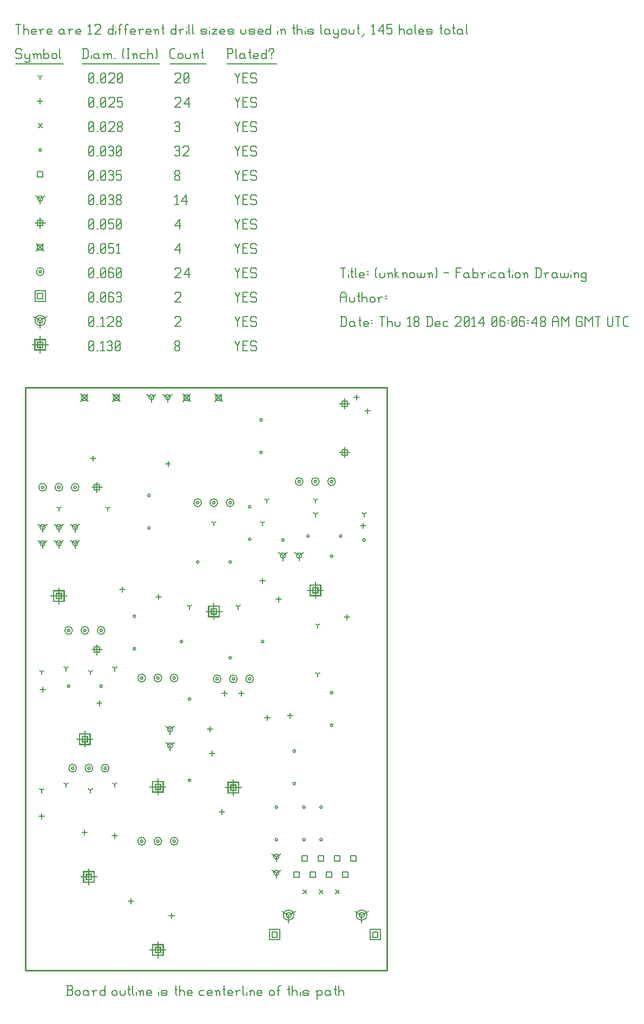
<source format=gbr>
G04 start of page 12 for group -3984 idx -3984 *
G04 Title: (unknown), fab *
G04 Creator: pcb 1.99z *
G04 CreationDate: Thu 18 Dec 2014 06:06:48 AM GMT UTC *
G04 For: commonadmin *
G04 Format: Gerber/RS-274X *
G04 PCB-Dimensions (mil): 2350.00 3800.00 *
G04 PCB-Coordinate-Origin: lower left *
%MOIN*%
%FSLAX25Y25*%
%LNFAB*%
%ADD137C,0.0100*%
%ADD136C,0.0075*%
%ADD135C,0.0060*%
%ADD134R,0.0080X0.0080*%
G54D134*X87500Y23300D02*Y13700D01*
X82700Y18500D02*X92300D01*
X85900Y20100D02*X89100D01*
X85900D02*Y16900D01*
X89100D01*
Y20100D02*Y16900D01*
X84300Y21700D02*X90700D01*
X84300D02*Y15300D01*
X90700D01*
Y21700D02*Y15300D01*
X26500Y241300D02*Y231700D01*
X21700Y236500D02*X31300D01*
X24900Y238100D02*X28100D01*
X24900D02*Y234900D01*
X28100D01*
Y238100D02*Y234900D01*
X23300Y239700D02*X29700D01*
X23300D02*Y233300D01*
X29700D01*
Y239700D02*Y233300D01*
X122000Y231800D02*Y222200D01*
X117200Y227000D02*X126800D01*
X120400Y228600D02*X123600D01*
X120400D02*Y225400D01*
X123600D01*
Y228600D02*Y225400D01*
X118800Y230200D02*X125200D01*
X118800D02*Y223800D01*
X125200D01*
Y230200D02*Y223800D01*
X184500Y244800D02*Y235200D01*
X179700Y240000D02*X189300D01*
X182900Y241600D02*X186100D01*
X182900D02*Y238400D01*
X186100D01*
Y241600D02*Y238400D01*
X181300Y243200D02*X187700D01*
X181300D02*Y236800D01*
X187700D01*
Y243200D02*Y236800D01*
X134000Y123300D02*Y113700D01*
X129200Y118500D02*X138800D01*
X132400Y120100D02*X135600D01*
X132400D02*Y116900D01*
X135600D01*
Y120100D02*Y116900D01*
X130800Y121700D02*X137200D01*
X130800D02*Y115300D01*
X137200D01*
Y121700D02*Y115300D01*
X87500Y123800D02*Y114200D01*
X82700Y119000D02*X92300D01*
X85900Y120600D02*X89100D01*
X85900D02*Y117400D01*
X89100D01*
Y120600D02*Y117400D01*
X84300Y122200D02*X90700D01*
X84300D02*Y115800D01*
X90700D01*
Y122200D02*Y115800D01*
X42528Y153139D02*Y143539D01*
X37728Y148339D02*X47328D01*
X40928Y149939D02*X44128D01*
X40928D02*Y146739D01*
X44128D01*
Y149939D02*Y146739D01*
X39328Y151539D02*X45728D01*
X39328D02*Y145139D01*
X45728D01*
Y151539D02*Y145139D01*
X45000Y68300D02*Y58700D01*
X40200Y63500D02*X49800D01*
X43400Y65100D02*X46600D01*
X43400D02*Y61900D01*
X46600D01*
Y65100D02*Y61900D01*
X41800Y66700D02*X48200D01*
X41800D02*Y60300D01*
X48200D01*
Y66700D02*Y60300D01*
X15000Y396050D02*Y386450D01*
X10200Y391250D02*X19800D01*
X13400Y392850D02*X16600D01*
X13400D02*Y389650D01*
X16600D01*
Y392850D02*Y389650D01*
X11800Y394450D02*X18200D01*
X11800D02*Y388050D01*
X18200D01*
Y394450D02*Y388050D01*
G54D135*X135000Y393500D02*X136500Y390500D01*
X138000Y393500D01*
X136500Y390500D02*Y387500D01*
X139800Y390800D02*X142050D01*
X139800Y387500D02*X142800D01*
X139800Y393500D02*Y387500D01*
Y393500D02*X142800D01*
X147600D02*X148350Y392750D01*
X145350Y393500D02*X147600D01*
X144600Y392750D02*X145350Y393500D01*
X144600Y392750D02*Y391250D01*
X145350Y390500D01*
X147600D01*
X148350Y389750D01*
Y388250D01*
X147600Y387500D02*X148350Y388250D01*
X145350Y387500D02*X147600D01*
X144600Y388250D02*X145350Y387500D01*
X98000Y388250D02*X98750Y387500D01*
X98000Y389450D02*Y388250D01*
Y389450D02*X99050Y390500D01*
X99950D01*
X101000Y389450D01*
Y388250D01*
X100250Y387500D02*X101000Y388250D01*
X98750Y387500D02*X100250D01*
X98000Y391550D02*X99050Y390500D01*
X98000Y392750D02*Y391550D01*
Y392750D02*X98750Y393500D01*
X100250D01*
X101000Y392750D01*
Y391550D01*
X99950Y390500D02*X101000Y391550D01*
X45000Y388250D02*X45750Y387500D01*
X45000Y392750D02*Y388250D01*
Y392750D02*X45750Y393500D01*
X47250D01*
X48000Y392750D01*
Y388250D01*
X47250Y387500D02*X48000Y388250D01*
X45750Y387500D02*X47250D01*
X45000Y389000D02*X48000Y392000D01*
X49800Y387500D02*X50550D01*
X52350Y392300D02*X53550Y393500D01*
Y387500D01*
X52350D02*X54600D01*
X56400Y392750D02*X57150Y393500D01*
X58650D01*
X59400Y392750D01*
X58650Y387500D02*X59400Y388250D01*
X57150Y387500D02*X58650D01*
X56400Y388250D02*X57150Y387500D01*
Y390800D02*X58650D01*
X59400Y392750D02*Y391550D01*
Y390050D02*Y388250D01*
Y390050D02*X58650Y390800D01*
X59400Y391550D02*X58650Y390800D01*
X61200Y388250D02*X61950Y387500D01*
X61200Y392750D02*Y388250D01*
Y392750D02*X61950Y393500D01*
X63450D01*
X64200Y392750D01*
Y388250D01*
X63450Y387500D02*X64200Y388250D01*
X61950Y387500D02*X63450D01*
X61200Y389000D02*X64200Y392000D01*
X168000Y40000D02*Y35200D01*
Y40000D02*X172160Y42400D01*
X168000Y40000D02*X163840Y42400D01*
X166400Y40000D02*G75*G03X169600Y40000I1600J0D01*G01*
G75*G03X166400Y40000I-1600J0D01*G01*
X164800D02*G75*G03X171200Y40000I3200J0D01*G01*
G75*G03X164800Y40000I-3200J0D01*G01*
X213000D02*Y35200D01*
Y40000D02*X217160Y42400D01*
X213000Y40000D02*X208840Y42400D01*
X211400Y40000D02*G75*G03X214600Y40000I1600J0D01*G01*
G75*G03X211400Y40000I-1600J0D01*G01*
X209800D02*G75*G03X216200Y40000I3200J0D01*G01*
G75*G03X209800Y40000I-3200J0D01*G01*
X15000Y406250D02*Y401450D01*
Y406250D02*X19160Y408650D01*
X15000Y406250D02*X10840Y408650D01*
X13400Y406250D02*G75*G03X16600Y406250I1600J0D01*G01*
G75*G03X13400Y406250I-1600J0D01*G01*
X11800D02*G75*G03X18200Y406250I3200J0D01*G01*
G75*G03X11800Y406250I-3200J0D01*G01*
X135000Y408500D02*X136500Y405500D01*
X138000Y408500D01*
X136500Y405500D02*Y402500D01*
X139800Y405800D02*X142050D01*
X139800Y402500D02*X142800D01*
X139800Y408500D02*Y402500D01*
Y408500D02*X142800D01*
X147600D02*X148350Y407750D01*
X145350Y408500D02*X147600D01*
X144600Y407750D02*X145350Y408500D01*
X144600Y407750D02*Y406250D01*
X145350Y405500D01*
X147600D01*
X148350Y404750D01*
Y403250D01*
X147600Y402500D02*X148350Y403250D01*
X145350Y402500D02*X147600D01*
X144600Y403250D02*X145350Y402500D01*
X98000Y407750D02*X98750Y408500D01*
X101000D01*
X101750Y407750D01*
Y406250D01*
X98000Y402500D02*X101750Y406250D01*
X98000Y402500D02*X101750D01*
X45000Y403250D02*X45750Y402500D01*
X45000Y407750D02*Y403250D01*
Y407750D02*X45750Y408500D01*
X47250D01*
X48000Y407750D01*
Y403250D01*
X47250Y402500D02*X48000Y403250D01*
X45750Y402500D02*X47250D01*
X45000Y404000D02*X48000Y407000D01*
X49800Y402500D02*X50550D01*
X52350Y407300D02*X53550Y408500D01*
Y402500D01*
X52350D02*X54600D01*
X56400Y407750D02*X57150Y408500D01*
X59400D01*
X60150Y407750D01*
Y406250D01*
X56400Y402500D02*X60150Y406250D01*
X56400Y402500D02*X60150D01*
X61950Y403250D02*X62700Y402500D01*
X61950Y404450D02*Y403250D01*
Y404450D02*X63000Y405500D01*
X63900D01*
X64950Y404450D01*
Y403250D01*
X64200Y402500D02*X64950Y403250D01*
X62700Y402500D02*X64200D01*
X61950Y406550D02*X63000Y405500D01*
X61950Y407750D02*Y406550D01*
Y407750D02*X62700Y408500D01*
X64200D01*
X64950Y407750D01*
Y406550D01*
X63900Y405500D02*X64950Y406550D01*
X157857Y29592D02*X161057D01*
X157857D02*Y26392D01*
X161057D01*
Y29592D02*Y26392D01*
X156257Y31192D02*X162657D01*
X156257D02*Y24792D01*
X162657D01*
Y31192D02*Y24792D01*
X219865Y29592D02*X223065D01*
X219865D02*Y26392D01*
X223065D01*
Y29592D02*Y26392D01*
X218265Y31192D02*X224665D01*
X218265D02*Y24792D01*
X224665D01*
Y31192D02*Y24792D01*
X13400Y422850D02*X16600D01*
X13400D02*Y419650D01*
X16600D01*
Y422850D02*Y419650D01*
X11800Y424450D02*X18200D01*
X11800D02*Y418050D01*
X18200D01*
Y424450D02*Y418050D01*
X135000Y423500D02*X136500Y420500D01*
X138000Y423500D01*
X136500Y420500D02*Y417500D01*
X139800Y420800D02*X142050D01*
X139800Y417500D02*X142800D01*
X139800Y423500D02*Y417500D01*
Y423500D02*X142800D01*
X147600D02*X148350Y422750D01*
X145350Y423500D02*X147600D01*
X144600Y422750D02*X145350Y423500D01*
X144600Y422750D02*Y421250D01*
X145350Y420500D01*
X147600D01*
X148350Y419750D01*
Y418250D01*
X147600Y417500D02*X148350Y418250D01*
X145350Y417500D02*X147600D01*
X144600Y418250D02*X145350Y417500D01*
X98000Y422750D02*X98750Y423500D01*
X101000D01*
X101750Y422750D01*
Y421250D01*
X98000Y417500D02*X101750Y421250D01*
X98000Y417500D02*X101750D01*
X45000Y418250D02*X45750Y417500D01*
X45000Y422750D02*Y418250D01*
Y422750D02*X45750Y423500D01*
X47250D01*
X48000Y422750D01*
Y418250D01*
X47250Y417500D02*X48000Y418250D01*
X45750Y417500D02*X47250D01*
X45000Y419000D02*X48000Y422000D01*
X49800Y417500D02*X50550D01*
X52350Y418250D02*X53100Y417500D01*
X52350Y422750D02*Y418250D01*
Y422750D02*X53100Y423500D01*
X54600D01*
X55350Y422750D01*
Y418250D01*
X54600Y417500D02*X55350Y418250D01*
X53100Y417500D02*X54600D01*
X52350Y419000D02*X55350Y422000D01*
X59400Y423500D02*X60150Y422750D01*
X57900Y423500D02*X59400D01*
X57150Y422750D02*X57900Y423500D01*
X57150Y422750D02*Y418250D01*
X57900Y417500D01*
X59400Y420800D02*X60150Y420050D01*
X57150Y420800D02*X59400D01*
X57900Y417500D02*X59400D01*
X60150Y418250D01*
Y420050D02*Y418250D01*
X61950Y422750D02*X62700Y423500D01*
X64200D01*
X64950Y422750D01*
X64200Y417500D02*X64950Y418250D01*
X62700Y417500D02*X64200D01*
X61950Y418250D02*X62700Y417500D01*
Y420800D02*X64200D01*
X64950Y422750D02*Y421550D01*
Y420050D02*Y418250D01*
Y420050D02*X64200Y420800D01*
X64950Y421550D02*X64200Y420800D01*
X76700Y85500D02*G75*G03X78300Y85500I800J0D01*G01*
G75*G03X76700Y85500I-800J0D01*G01*
X75100D02*G75*G03X79900Y85500I2400J0D01*G01*
G75*G03X75100Y85500I-2400J0D01*G01*
X86700D02*G75*G03X88300Y85500I800J0D01*G01*
G75*G03X86700Y85500I-800J0D01*G01*
X85100D02*G75*G03X89900Y85500I2400J0D01*G01*
G75*G03X85100Y85500I-2400J0D01*G01*
X96700D02*G75*G03X98300Y85500I800J0D01*G01*
G75*G03X96700Y85500I-800J0D01*G01*
X95100D02*G75*G03X99900Y85500I2400J0D01*G01*
G75*G03X95100Y85500I-2400J0D01*G01*
X15700Y303500D02*G75*G03X17300Y303500I800J0D01*G01*
G75*G03X15700Y303500I-800J0D01*G01*
X14100D02*G75*G03X18900Y303500I2400J0D01*G01*
G75*G03X14100Y303500I-2400J0D01*G01*
X25700D02*G75*G03X27300Y303500I800J0D01*G01*
G75*G03X25700Y303500I-800J0D01*G01*
X24100D02*G75*G03X28900Y303500I2400J0D01*G01*
G75*G03X24100Y303500I-2400J0D01*G01*
X35700D02*G75*G03X37300Y303500I800J0D01*G01*
G75*G03X35700Y303500I-800J0D01*G01*
X34100D02*G75*G03X38900Y303500I2400J0D01*G01*
G75*G03X34100Y303500I-2400J0D01*G01*
X111200Y294000D02*G75*G03X112800Y294000I800J0D01*G01*
G75*G03X111200Y294000I-800J0D01*G01*
X109600D02*G75*G03X114400Y294000I2400J0D01*G01*
G75*G03X109600Y294000I-2400J0D01*G01*
X121200D02*G75*G03X122800Y294000I800J0D01*G01*
G75*G03X121200Y294000I-800J0D01*G01*
X119600D02*G75*G03X124400Y294000I2400J0D01*G01*
G75*G03X119600Y294000I-2400J0D01*G01*
X131200D02*G75*G03X132800Y294000I800J0D01*G01*
G75*G03X131200Y294000I-800J0D01*G01*
X129600D02*G75*G03X134400Y294000I2400J0D01*G01*
G75*G03X129600Y294000I-2400J0D01*G01*
X173700Y307000D02*G75*G03X175300Y307000I800J0D01*G01*
G75*G03X173700Y307000I-800J0D01*G01*
X172100D02*G75*G03X176900Y307000I2400J0D01*G01*
G75*G03X172100Y307000I-2400J0D01*G01*
X183700D02*G75*G03X185300Y307000I800J0D01*G01*
G75*G03X183700Y307000I-800J0D01*G01*
X182100D02*G75*G03X186900Y307000I2400J0D01*G01*
G75*G03X182100Y307000I-2400J0D01*G01*
X193700D02*G75*G03X195300Y307000I800J0D01*G01*
G75*G03X193700Y307000I-800J0D01*G01*
X192100D02*G75*G03X196900Y307000I2400J0D01*G01*
G75*G03X192100Y307000I-2400J0D01*G01*
X123200Y185500D02*G75*G03X124800Y185500I800J0D01*G01*
G75*G03X123200Y185500I-800J0D01*G01*
X121600D02*G75*G03X126400Y185500I2400J0D01*G01*
G75*G03X121600Y185500I-2400J0D01*G01*
X133200D02*G75*G03X134800Y185500I800J0D01*G01*
G75*G03X133200Y185500I-800J0D01*G01*
X131600D02*G75*G03X136400Y185500I2400J0D01*G01*
G75*G03X131600Y185500I-2400J0D01*G01*
X143200D02*G75*G03X144800Y185500I800J0D01*G01*
G75*G03X143200Y185500I-800J0D01*G01*
X141600D02*G75*G03X146400Y185500I2400J0D01*G01*
G75*G03X141600Y185500I-2400J0D01*G01*
X76700Y186000D02*G75*G03X78300Y186000I800J0D01*G01*
G75*G03X76700Y186000I-800J0D01*G01*
X75100D02*G75*G03X79900Y186000I2400J0D01*G01*
G75*G03X75100Y186000I-2400J0D01*G01*
X86700D02*G75*G03X88300Y186000I800J0D01*G01*
G75*G03X86700Y186000I-800J0D01*G01*
X85100D02*G75*G03X89900Y186000I2400J0D01*G01*
G75*G03X85100Y186000I-2400J0D01*G01*
X96700D02*G75*G03X98300Y186000I800J0D01*G01*
G75*G03X96700Y186000I-800J0D01*G01*
X95100D02*G75*G03X99900Y186000I2400J0D01*G01*
G75*G03X95100Y186000I-2400J0D01*G01*
X31728Y215339D02*G75*G03X33328Y215339I800J0D01*G01*
G75*G03X31728Y215339I-800J0D01*G01*
X30128D02*G75*G03X34928Y215339I2400J0D01*G01*
G75*G03X30128Y215339I-2400J0D01*G01*
X41728D02*G75*G03X43328Y215339I800J0D01*G01*
G75*G03X41728Y215339I-800J0D01*G01*
X40128D02*G75*G03X44928Y215339I2400J0D01*G01*
G75*G03X40128Y215339I-2400J0D01*G01*
X51728D02*G75*G03X53328Y215339I800J0D01*G01*
G75*G03X51728Y215339I-800J0D01*G01*
X50128D02*G75*G03X54928Y215339I2400J0D01*G01*
G75*G03X50128Y215339I-2400J0D01*G01*
X34200Y130500D02*G75*G03X35800Y130500I800J0D01*G01*
G75*G03X34200Y130500I-800J0D01*G01*
X32600D02*G75*G03X37400Y130500I2400J0D01*G01*
G75*G03X32600Y130500I-2400J0D01*G01*
X44200D02*G75*G03X45800Y130500I800J0D01*G01*
G75*G03X44200Y130500I-800J0D01*G01*
X42600D02*G75*G03X47400Y130500I2400J0D01*G01*
G75*G03X42600Y130500I-2400J0D01*G01*
X54200D02*G75*G03X55800Y130500I800J0D01*G01*
G75*G03X54200Y130500I-800J0D01*G01*
X52600D02*G75*G03X57400Y130500I2400J0D01*G01*
G75*G03X52600Y130500I-2400J0D01*G01*
X14200Y436250D02*G75*G03X15800Y436250I800J0D01*G01*
G75*G03X14200Y436250I-800J0D01*G01*
X12600D02*G75*G03X17400Y436250I2400J0D01*G01*
G75*G03X12600Y436250I-2400J0D01*G01*
X135000Y438500D02*X136500Y435500D01*
X138000Y438500D01*
X136500Y435500D02*Y432500D01*
X139800Y435800D02*X142050D01*
X139800Y432500D02*X142800D01*
X139800Y438500D02*Y432500D01*
Y438500D02*X142800D01*
X147600D02*X148350Y437750D01*
X145350Y438500D02*X147600D01*
X144600Y437750D02*X145350Y438500D01*
X144600Y437750D02*Y436250D01*
X145350Y435500D01*
X147600D01*
X148350Y434750D01*
Y433250D01*
X147600Y432500D02*X148350Y433250D01*
X145350Y432500D02*X147600D01*
X144600Y433250D02*X145350Y432500D01*
X98000Y437750D02*X98750Y438500D01*
X101000D01*
X101750Y437750D01*
Y436250D01*
X98000Y432500D02*X101750Y436250D01*
X98000Y432500D02*X101750D01*
X103550Y434750D02*X106550Y438500D01*
X103550Y434750D02*X107300D01*
X106550Y438500D02*Y432500D01*
X45000Y433250D02*X45750Y432500D01*
X45000Y437750D02*Y433250D01*
Y437750D02*X45750Y438500D01*
X47250D01*
X48000Y437750D01*
Y433250D01*
X47250Y432500D02*X48000Y433250D01*
X45750Y432500D02*X47250D01*
X45000Y434000D02*X48000Y437000D01*
X49800Y432500D02*X50550D01*
X52350Y433250D02*X53100Y432500D01*
X52350Y437750D02*Y433250D01*
Y437750D02*X53100Y438500D01*
X54600D01*
X55350Y437750D01*
Y433250D01*
X54600Y432500D02*X55350Y433250D01*
X53100Y432500D02*X54600D01*
X52350Y434000D02*X55350Y437000D01*
X59400Y438500D02*X60150Y437750D01*
X57900Y438500D02*X59400D01*
X57150Y437750D02*X57900Y438500D01*
X57150Y437750D02*Y433250D01*
X57900Y432500D01*
X59400Y435800D02*X60150Y435050D01*
X57150Y435800D02*X59400D01*
X57900Y432500D02*X59400D01*
X60150Y433250D01*
Y435050D02*Y433250D01*
X61950D02*X62700Y432500D01*
X61950Y437750D02*Y433250D01*
Y437750D02*X62700Y438500D01*
X64200D01*
X64950Y437750D01*
Y433250D01*
X64200Y432500D02*X64950Y433250D01*
X62700Y432500D02*X64200D01*
X61950Y434000D02*X64950Y437000D01*
X122592Y360900D02*X127392Y356100D01*
X122592D02*X127392Y360900D01*
X123392Y360100D02*X126592D01*
X123392D02*Y356900D01*
X126592D01*
Y360100D02*Y356900D01*
X102907Y360900D02*X107707Y356100D01*
X102907D02*X107707Y360900D01*
X103707Y360100D02*X106907D01*
X103707D02*Y356900D01*
X106907D01*
Y360100D02*Y356900D01*
X59600Y360900D02*X64400Y356100D01*
X59600D02*X64400Y360900D01*
X60400Y360100D02*X63600D01*
X60400D02*Y356900D01*
X63600D01*
Y360100D02*Y356900D01*
X39915Y360900D02*X44715Y356100D01*
X39915D02*X44715Y360900D01*
X40715Y360100D02*X43915D01*
X40715D02*Y356900D01*
X43915D01*
Y360100D02*Y356900D01*
X12600Y453650D02*X17400Y448850D01*
X12600D02*X17400Y453650D01*
X13400Y452850D02*X16600D01*
X13400D02*Y449650D01*
X16600D01*
Y452850D02*Y449650D01*
X135000Y453500D02*X136500Y450500D01*
X138000Y453500D01*
X136500Y450500D02*Y447500D01*
X139800Y450800D02*X142050D01*
X139800Y447500D02*X142800D01*
X139800Y453500D02*Y447500D01*
Y453500D02*X142800D01*
X147600D02*X148350Y452750D01*
X145350Y453500D02*X147600D01*
X144600Y452750D02*X145350Y453500D01*
X144600Y452750D02*Y451250D01*
X145350Y450500D01*
X147600D01*
X148350Y449750D01*
Y448250D01*
X147600Y447500D02*X148350Y448250D01*
X145350Y447500D02*X147600D01*
X144600Y448250D02*X145350Y447500D01*
X98000Y449750D02*X101000Y453500D01*
X98000Y449750D02*X101750D01*
X101000Y453500D02*Y447500D01*
X45000Y448250D02*X45750Y447500D01*
X45000Y452750D02*Y448250D01*
Y452750D02*X45750Y453500D01*
X47250D01*
X48000Y452750D01*
Y448250D01*
X47250Y447500D02*X48000Y448250D01*
X45750Y447500D02*X47250D01*
X45000Y449000D02*X48000Y452000D01*
X49800Y447500D02*X50550D01*
X52350Y448250D02*X53100Y447500D01*
X52350Y452750D02*Y448250D01*
Y452750D02*X53100Y453500D01*
X54600D01*
X55350Y452750D01*
Y448250D01*
X54600Y447500D02*X55350Y448250D01*
X53100Y447500D02*X54600D01*
X52350Y449000D02*X55350Y452000D01*
X57150Y453500D02*X60150D01*
X57150D02*Y450500D01*
X57900Y451250D01*
X59400D01*
X60150Y450500D01*
Y448250D01*
X59400Y447500D02*X60150Y448250D01*
X57900Y447500D02*X59400D01*
X57150Y448250D02*X57900Y447500D01*
X61950Y452300D02*X63150Y453500D01*
Y447500D01*
X61950D02*X64200D01*
X202500Y328200D02*Y321800D01*
X199300Y325000D02*X205700D01*
X200900Y326600D02*X204100D01*
X200900D02*Y323400D01*
X204100D01*
Y326600D02*Y323400D01*
X202500Y358200D02*Y351800D01*
X199300Y355000D02*X205700D01*
X200900Y356600D02*X204100D01*
X200900D02*Y353400D01*
X204100D01*
Y356600D02*Y353400D01*
X50000Y306700D02*Y300300D01*
X46800Y303500D02*X53200D01*
X48400Y305100D02*X51600D01*
X48400D02*Y301900D01*
X51600D01*
Y305100D02*Y301900D01*
X50000Y206700D02*Y200300D01*
X46800Y203500D02*X53200D01*
X48400Y205100D02*X51600D01*
X48400D02*Y201900D01*
X51600D01*
Y205100D02*Y201900D01*
X15000Y469450D02*Y463050D01*
X11800Y466250D02*X18200D01*
X13400Y467850D02*X16600D01*
X13400D02*Y464650D01*
X16600D01*
Y467850D02*Y464650D01*
X135000Y468500D02*X136500Y465500D01*
X138000Y468500D01*
X136500Y465500D02*Y462500D01*
X139800Y465800D02*X142050D01*
X139800Y462500D02*X142800D01*
X139800Y468500D02*Y462500D01*
Y468500D02*X142800D01*
X147600D02*X148350Y467750D01*
X145350Y468500D02*X147600D01*
X144600Y467750D02*X145350Y468500D01*
X144600Y467750D02*Y466250D01*
X145350Y465500D01*
X147600D01*
X148350Y464750D01*
Y463250D01*
X147600Y462500D02*X148350Y463250D01*
X145350Y462500D02*X147600D01*
X144600Y463250D02*X145350Y462500D01*
X98000Y464750D02*X101000Y468500D01*
X98000Y464750D02*X101750D01*
X101000Y468500D02*Y462500D01*
X45000Y463250D02*X45750Y462500D01*
X45000Y467750D02*Y463250D01*
Y467750D02*X45750Y468500D01*
X47250D01*
X48000Y467750D01*
Y463250D01*
X47250Y462500D02*X48000Y463250D01*
X45750Y462500D02*X47250D01*
X45000Y464000D02*X48000Y467000D01*
X49800Y462500D02*X50550D01*
X52350Y463250D02*X53100Y462500D01*
X52350Y467750D02*Y463250D01*
Y467750D02*X53100Y468500D01*
X54600D01*
X55350Y467750D01*
Y463250D01*
X54600Y462500D02*X55350Y463250D01*
X53100Y462500D02*X54600D01*
X52350Y464000D02*X55350Y467000D01*
X57150Y468500D02*X60150D01*
X57150D02*Y465500D01*
X57900Y466250D01*
X59400D01*
X60150Y465500D01*
Y463250D01*
X59400Y462500D02*X60150Y463250D01*
X57900Y462500D02*X59400D01*
X57150Y463250D02*X57900Y462500D01*
X61950Y463250D02*X62700Y462500D01*
X61950Y467750D02*Y463250D01*
Y467750D02*X62700Y468500D01*
X64200D01*
X64950Y467750D01*
Y463250D01*
X64200Y462500D02*X64950Y463250D01*
X62700Y462500D02*X64200D01*
X61950Y464000D02*X64950Y467000D01*
X93500Y359000D02*Y355800D01*
Y359000D02*X96273Y360600D01*
X93500Y359000D02*X90727Y360600D01*
X91900Y359000D02*G75*G03X95100Y359000I1600J0D01*G01*
G75*G03X91900Y359000I-1600J0D01*G01*
X83500D02*Y355800D01*
Y359000D02*X86273Y360600D01*
X83500Y359000D02*X80727Y360600D01*
X81900Y359000D02*G75*G03X85100Y359000I1600J0D01*G01*
G75*G03X81900Y359000I-1600J0D01*G01*
X36500Y279000D02*Y275800D01*
Y279000D02*X39273Y280600D01*
X36500Y279000D02*X33727Y280600D01*
X34900Y279000D02*G75*G03X38100Y279000I1600J0D01*G01*
G75*G03X34900Y279000I-1600J0D01*G01*
X26500D02*Y275800D01*
Y279000D02*X29273Y280600D01*
X26500Y279000D02*X23727Y280600D01*
X24900Y279000D02*G75*G03X28100Y279000I1600J0D01*G01*
G75*G03X24900Y279000I-1600J0D01*G01*
X16500D02*Y275800D01*
Y279000D02*X19273Y280600D01*
X16500Y279000D02*X13727Y280600D01*
X14900Y279000D02*G75*G03X18100Y279000I1600J0D01*G01*
G75*G03X14900Y279000I-1600J0D01*G01*
X16500Y269000D02*Y265800D01*
Y269000D02*X19273Y270600D01*
X16500Y269000D02*X13727Y270600D01*
X14900Y269000D02*G75*G03X18100Y269000I1600J0D01*G01*
G75*G03X14900Y269000I-1600J0D01*G01*
X26500D02*Y265800D01*
Y269000D02*X29273Y270600D01*
X26500Y269000D02*X23727Y270600D01*
X24900Y269000D02*G75*G03X28100Y269000I1600J0D01*G01*
G75*G03X24900Y269000I-1600J0D01*G01*
X36500D02*Y265800D01*
Y269000D02*X39273Y270600D01*
X36500Y269000D02*X33727Y270600D01*
X34900Y269000D02*G75*G03X38100Y269000I1600J0D01*G01*
G75*G03X34900Y269000I-1600J0D01*G01*
X174500Y261500D02*Y258300D01*
Y261500D02*X177273Y263100D01*
X174500Y261500D02*X171727Y263100D01*
X172900Y261500D02*G75*G03X176100Y261500I1600J0D01*G01*
G75*G03X172900Y261500I-1600J0D01*G01*
X164500D02*Y258300D01*
Y261500D02*X167273Y263100D01*
X164500Y261500D02*X161727Y263100D01*
X162900Y261500D02*G75*G03X166100Y261500I1600J0D01*G01*
G75*G03X162900Y261500I-1600J0D01*G01*
X95000Y154500D02*Y151300D01*
Y154500D02*X97773Y156100D01*
X95000Y154500D02*X92227Y156100D01*
X93400Y154500D02*G75*G03X96600Y154500I1600J0D01*G01*
G75*G03X93400Y154500I-1600J0D01*G01*
X95000Y144500D02*Y141300D01*
Y144500D02*X97773Y146100D01*
X95000Y144500D02*X92227Y146100D01*
X93400Y144500D02*G75*G03X96600Y144500I1600J0D01*G01*
G75*G03X93400Y144500I-1600J0D01*G01*
X160500Y66000D02*Y62800D01*
Y66000D02*X163273Y67600D01*
X160500Y66000D02*X157727Y67600D01*
X158900Y66000D02*G75*G03X162100Y66000I1600J0D01*G01*
G75*G03X158900Y66000I-1600J0D01*G01*
X160500Y76000D02*Y72800D01*
Y76000D02*X163273Y77600D01*
X160500Y76000D02*X157727Y77600D01*
X158900Y76000D02*G75*G03X162100Y76000I1600J0D01*G01*
G75*G03X158900Y76000I-1600J0D01*G01*
X15000Y481250D02*Y478050D01*
Y481250D02*X17773Y482850D01*
X15000Y481250D02*X12227Y482850D01*
X13400Y481250D02*G75*G03X16600Y481250I1600J0D01*G01*
G75*G03X13400Y481250I-1600J0D01*G01*
X135000Y483500D02*X136500Y480500D01*
X138000Y483500D01*
X136500Y480500D02*Y477500D01*
X139800Y480800D02*X142050D01*
X139800Y477500D02*X142800D01*
X139800Y483500D02*Y477500D01*
Y483500D02*X142800D01*
X147600D02*X148350Y482750D01*
X145350Y483500D02*X147600D01*
X144600Y482750D02*X145350Y483500D01*
X144600Y482750D02*Y481250D01*
X145350Y480500D01*
X147600D01*
X148350Y479750D01*
Y478250D01*
X147600Y477500D02*X148350Y478250D01*
X145350Y477500D02*X147600D01*
X144600Y478250D02*X145350Y477500D01*
X98000Y482300D02*X99200Y483500D01*
Y477500D01*
X98000D02*X100250D01*
X102050Y479750D02*X105050Y483500D01*
X102050Y479750D02*X105800D01*
X105050Y483500D02*Y477500D01*
X45000Y478250D02*X45750Y477500D01*
X45000Y482750D02*Y478250D01*
Y482750D02*X45750Y483500D01*
X47250D01*
X48000Y482750D01*
Y478250D01*
X47250Y477500D02*X48000Y478250D01*
X45750Y477500D02*X47250D01*
X45000Y479000D02*X48000Y482000D01*
X49800Y477500D02*X50550D01*
X52350Y478250D02*X53100Y477500D01*
X52350Y482750D02*Y478250D01*
Y482750D02*X53100Y483500D01*
X54600D01*
X55350Y482750D01*
Y478250D01*
X54600Y477500D02*X55350Y478250D01*
X53100Y477500D02*X54600D01*
X52350Y479000D02*X55350Y482000D01*
X57150Y482750D02*X57900Y483500D01*
X59400D01*
X60150Y482750D01*
X59400Y477500D02*X60150Y478250D01*
X57900Y477500D02*X59400D01*
X57150Y478250D02*X57900Y477500D01*
Y480800D02*X59400D01*
X60150Y482750D02*Y481550D01*
Y480050D02*Y478250D01*
Y480050D02*X59400Y480800D01*
X60150Y481550D02*X59400Y480800D01*
X61950Y478250D02*X62700Y477500D01*
X61950Y479450D02*Y478250D01*
Y479450D02*X63000Y480500D01*
X63900D01*
X64950Y479450D01*
Y478250D01*
X64200Y477500D02*X64950Y478250D01*
X62700Y477500D02*X64200D01*
X61950Y481550D02*X63000Y480500D01*
X61950Y482750D02*Y481550D01*
Y482750D02*X62700Y483500D01*
X64200D01*
X64950Y482750D01*
Y481550D01*
X63900Y480500D02*X64950Y481550D01*
X176400Y76600D02*X179600D01*
X176400D02*Y73400D01*
X179600D01*
Y76600D02*Y73400D01*
X186400Y76600D02*X189600D01*
X186400D02*Y73400D01*
X189600D01*
Y76600D02*Y73400D01*
X196400Y76600D02*X199600D01*
X196400D02*Y73400D01*
X199600D01*
Y76600D02*Y73400D01*
X206400Y76600D02*X209600D01*
X206400D02*Y73400D01*
X209600D01*
Y76600D02*Y73400D01*
X171400Y66600D02*X174600D01*
X171400D02*Y63400D01*
X174600D01*
Y66600D02*Y63400D01*
X181400Y66600D02*X184600D01*
X181400D02*Y63400D01*
X184600D01*
Y66600D02*Y63400D01*
X191400Y66600D02*X194600D01*
X191400D02*Y63400D01*
X194600D01*
Y66600D02*Y63400D01*
X201400Y66600D02*X204600D01*
X201400D02*Y63400D01*
X204600D01*
Y66600D02*Y63400D01*
X13400Y497850D02*X16600D01*
X13400D02*Y494650D01*
X16600D01*
Y497850D02*Y494650D01*
X135000Y498500D02*X136500Y495500D01*
X138000Y498500D01*
X136500Y495500D02*Y492500D01*
X139800Y495800D02*X142050D01*
X139800Y492500D02*X142800D01*
X139800Y498500D02*Y492500D01*
Y498500D02*X142800D01*
X147600D02*X148350Y497750D01*
X145350Y498500D02*X147600D01*
X144600Y497750D02*X145350Y498500D01*
X144600Y497750D02*Y496250D01*
X145350Y495500D01*
X147600D01*
X148350Y494750D01*
Y493250D01*
X147600Y492500D02*X148350Y493250D01*
X145350Y492500D02*X147600D01*
X144600Y493250D02*X145350Y492500D01*
X98000Y493250D02*X98750Y492500D01*
X98000Y494450D02*Y493250D01*
Y494450D02*X99050Y495500D01*
X99950D01*
X101000Y494450D01*
Y493250D01*
X100250Y492500D02*X101000Y493250D01*
X98750Y492500D02*X100250D01*
X98000Y496550D02*X99050Y495500D01*
X98000Y497750D02*Y496550D01*
Y497750D02*X98750Y498500D01*
X100250D01*
X101000Y497750D01*
Y496550D01*
X99950Y495500D02*X101000Y496550D01*
X45000Y493250D02*X45750Y492500D01*
X45000Y497750D02*Y493250D01*
Y497750D02*X45750Y498500D01*
X47250D01*
X48000Y497750D01*
Y493250D01*
X47250Y492500D02*X48000Y493250D01*
X45750Y492500D02*X47250D01*
X45000Y494000D02*X48000Y497000D01*
X49800Y492500D02*X50550D01*
X52350Y493250D02*X53100Y492500D01*
X52350Y497750D02*Y493250D01*
Y497750D02*X53100Y498500D01*
X54600D01*
X55350Y497750D01*
Y493250D01*
X54600Y492500D02*X55350Y493250D01*
X53100Y492500D02*X54600D01*
X52350Y494000D02*X55350Y497000D01*
X57150Y497750D02*X57900Y498500D01*
X59400D01*
X60150Y497750D01*
X59400Y492500D02*X60150Y493250D01*
X57900Y492500D02*X59400D01*
X57150Y493250D02*X57900Y492500D01*
Y495800D02*X59400D01*
X60150Y497750D02*Y496550D01*
Y495050D02*Y493250D01*
Y495050D02*X59400Y495800D01*
X60150Y496550D02*X59400Y495800D01*
X61950Y498500D02*X64950D01*
X61950D02*Y495500D01*
X62700Y496250D01*
X64200D01*
X64950Y495500D01*
Y493250D01*
X64200Y492500D02*X64950Y493250D01*
X62700Y492500D02*X64200D01*
X61950Y493250D02*X62700Y492500D01*
X150200Y345000D02*G75*G03X151800Y345000I800J0D01*G01*
G75*G03X150200Y345000I-800J0D01*G01*
Y325000D02*G75*G03X151800Y325000I800J0D01*G01*
G75*G03X150200Y325000I-800J0D01*G01*
X81200Y278500D02*G75*G03X82800Y278500I800J0D01*G01*
G75*G03X81200Y278500I-800J0D01*G01*
Y298500D02*G75*G03X82800Y298500I800J0D01*G01*
G75*G03X81200Y298500I-800J0D01*G01*
X111200Y257500D02*G75*G03X112800Y257500I800J0D01*G01*
G75*G03X111200Y257500I-800J0D01*G01*
X131200D02*G75*G03X132800Y257500I800J0D01*G01*
G75*G03X131200Y257500I-800J0D01*G01*
X101200Y208500D02*G75*G03X102800Y208500I800J0D01*G01*
G75*G03X101200Y208500I-800J0D01*G01*
X151200D02*G75*G03X152800Y208500I800J0D01*G01*
G75*G03X151200Y208500I-800J0D01*G01*
X131200Y198500D02*G75*G03X132800Y198500I800J0D01*G01*
G75*G03X131200Y198500I-800J0D01*G01*
X143200Y271500D02*G75*G03X144800Y271500I800J0D01*G01*
G75*G03X143200Y271500I-800J0D01*G01*
Y291500D02*G75*G03X144800Y291500I800J0D01*G01*
G75*G03X143200Y291500I-800J0D01*G01*
X163700Y271000D02*G75*G03X165300Y271000I800J0D01*G01*
G75*G03X163700Y271000I-800J0D01*G01*
X213700D02*G75*G03X215300Y271000I800J0D01*G01*
G75*G03X213700Y271000I-800J0D01*G01*
X193700Y261000D02*G75*G03X195300Y261000I800J0D01*G01*
G75*G03X193700Y261000I-800J0D01*G01*
X199200Y273500D02*G75*G03X200800Y273500I800J0D01*G01*
G75*G03X199200Y273500I-800J0D01*G01*
X179200D02*G75*G03X180800Y273500I800J0D01*G01*
G75*G03X179200Y273500I-800J0D01*G01*
X72200Y204000D02*G75*G03X73800Y204000I800J0D01*G01*
G75*G03X72200Y204000I-800J0D01*G01*
Y224000D02*G75*G03X73800Y224000I800J0D01*G01*
G75*G03X72200Y224000I-800J0D01*G01*
X106200Y173000D02*G75*G03X107800Y173000I800J0D01*G01*
G75*G03X106200Y173000I-800J0D01*G01*
Y123000D02*G75*G03X107800Y123000I800J0D01*G01*
G75*G03X106200Y123000I-800J0D01*G01*
X31700Y181000D02*G75*G03X33300Y181000I800J0D01*G01*
G75*G03X31700Y181000I-800J0D01*G01*
X51700D02*G75*G03X53300Y181000I800J0D01*G01*
G75*G03X51700Y181000I-800J0D01*G01*
X193700Y157000D02*G75*G03X195300Y157000I800J0D01*G01*
G75*G03X193700Y157000I-800J0D01*G01*
Y177000D02*G75*G03X195300Y177000I800J0D01*G01*
G75*G03X193700Y177000I-800J0D01*G01*
X170700Y121000D02*G75*G03X172300Y121000I800J0D01*G01*
G75*G03X170700Y121000I-800J0D01*G01*
Y141000D02*G75*G03X172300Y141000I800J0D01*G01*
G75*G03X170700Y141000I-800J0D01*G01*
X176700Y106500D02*G75*G03X178300Y106500I800J0D01*G01*
G75*G03X176700Y106500I-800J0D01*G01*
Y86500D02*G75*G03X178300Y86500I800J0D01*G01*
G75*G03X176700Y86500I-800J0D01*G01*
X159700Y106500D02*G75*G03X161300Y106500I800J0D01*G01*
G75*G03X159700Y106500I-800J0D01*G01*
Y86500D02*G75*G03X161300Y86500I800J0D01*G01*
G75*G03X159700Y86500I-800J0D01*G01*
X187200Y106500D02*G75*G03X188800Y106500I800J0D01*G01*
G75*G03X187200Y106500I-800J0D01*G01*
Y86500D02*G75*G03X188800Y86500I800J0D01*G01*
G75*G03X187200Y86500I-800J0D01*G01*
X14200Y511250D02*G75*G03X15800Y511250I800J0D01*G01*
G75*G03X14200Y511250I-800J0D01*G01*
X135000Y513500D02*X136500Y510500D01*
X138000Y513500D01*
X136500Y510500D02*Y507500D01*
X139800Y510800D02*X142050D01*
X139800Y507500D02*X142800D01*
X139800Y513500D02*Y507500D01*
Y513500D02*X142800D01*
X147600D02*X148350Y512750D01*
X145350Y513500D02*X147600D01*
X144600Y512750D02*X145350Y513500D01*
X144600Y512750D02*Y511250D01*
X145350Y510500D01*
X147600D01*
X148350Y509750D01*
Y508250D01*
X147600Y507500D02*X148350Y508250D01*
X145350Y507500D02*X147600D01*
X144600Y508250D02*X145350Y507500D01*
X98000Y512750D02*X98750Y513500D01*
X100250D01*
X101000Y512750D01*
X100250Y507500D02*X101000Y508250D01*
X98750Y507500D02*X100250D01*
X98000Y508250D02*X98750Y507500D01*
Y510800D02*X100250D01*
X101000Y512750D02*Y511550D01*
Y510050D02*Y508250D01*
Y510050D02*X100250Y510800D01*
X101000Y511550D02*X100250Y510800D01*
X102800Y512750D02*X103550Y513500D01*
X105800D01*
X106550Y512750D01*
Y511250D01*
X102800Y507500D02*X106550Y511250D01*
X102800Y507500D02*X106550D01*
X45000Y508250D02*X45750Y507500D01*
X45000Y512750D02*Y508250D01*
Y512750D02*X45750Y513500D01*
X47250D01*
X48000Y512750D01*
Y508250D01*
X47250Y507500D02*X48000Y508250D01*
X45750Y507500D02*X47250D01*
X45000Y509000D02*X48000Y512000D01*
X49800Y507500D02*X50550D01*
X52350Y508250D02*X53100Y507500D01*
X52350Y512750D02*Y508250D01*
Y512750D02*X53100Y513500D01*
X54600D01*
X55350Y512750D01*
Y508250D01*
X54600Y507500D02*X55350Y508250D01*
X53100Y507500D02*X54600D01*
X52350Y509000D02*X55350Y512000D01*
X57150Y512750D02*X57900Y513500D01*
X59400D01*
X60150Y512750D01*
X59400Y507500D02*X60150Y508250D01*
X57900Y507500D02*X59400D01*
X57150Y508250D02*X57900Y507500D01*
Y510800D02*X59400D01*
X60150Y512750D02*Y511550D01*
Y510050D02*Y508250D01*
Y510050D02*X59400Y510800D01*
X60150Y511550D02*X59400Y510800D01*
X61950Y508250D02*X62700Y507500D01*
X61950Y512750D02*Y508250D01*
Y512750D02*X62700Y513500D01*
X64200D01*
X64950Y512750D01*
Y508250D01*
X64200Y507500D02*X64950Y508250D01*
X62700Y507500D02*X64200D01*
X61950Y509000D02*X64950Y512000D01*
X176800Y55700D02*X179200Y53300D01*
X176800D02*X179200Y55700D01*
X186800D02*X189200Y53300D01*
X186800D02*X189200Y55700D01*
X196800D02*X199200Y53300D01*
X196800D02*X199200Y55700D01*
X13800Y527450D02*X16200Y525050D01*
X13800D02*X16200Y527450D01*
X135000Y528500D02*X136500Y525500D01*
X138000Y528500D01*
X136500Y525500D02*Y522500D01*
X139800Y525800D02*X142050D01*
X139800Y522500D02*X142800D01*
X139800Y528500D02*Y522500D01*
Y528500D02*X142800D01*
X147600D02*X148350Y527750D01*
X145350Y528500D02*X147600D01*
X144600Y527750D02*X145350Y528500D01*
X144600Y527750D02*Y526250D01*
X145350Y525500D01*
X147600D01*
X148350Y524750D01*
Y523250D01*
X147600Y522500D02*X148350Y523250D01*
X145350Y522500D02*X147600D01*
X144600Y523250D02*X145350Y522500D01*
X98000Y527750D02*X98750Y528500D01*
X100250D01*
X101000Y527750D01*
X100250Y522500D02*X101000Y523250D01*
X98750Y522500D02*X100250D01*
X98000Y523250D02*X98750Y522500D01*
Y525800D02*X100250D01*
X101000Y527750D02*Y526550D01*
Y525050D02*Y523250D01*
Y525050D02*X100250Y525800D01*
X101000Y526550D02*X100250Y525800D01*
X45000Y523250D02*X45750Y522500D01*
X45000Y527750D02*Y523250D01*
Y527750D02*X45750Y528500D01*
X47250D01*
X48000Y527750D01*
Y523250D01*
X47250Y522500D02*X48000Y523250D01*
X45750Y522500D02*X47250D01*
X45000Y524000D02*X48000Y527000D01*
X49800Y522500D02*X50550D01*
X52350Y523250D02*X53100Y522500D01*
X52350Y527750D02*Y523250D01*
Y527750D02*X53100Y528500D01*
X54600D01*
X55350Y527750D01*
Y523250D01*
X54600Y522500D02*X55350Y523250D01*
X53100Y522500D02*X54600D01*
X52350Y524000D02*X55350Y527000D01*
X57150Y527750D02*X57900Y528500D01*
X60150D01*
X60900Y527750D01*
Y526250D01*
X57150Y522500D02*X60900Y526250D01*
X57150Y522500D02*X60900D01*
X62700Y523250D02*X63450Y522500D01*
X62700Y524450D02*Y523250D01*
Y524450D02*X63750Y525500D01*
X64650D01*
X65700Y524450D01*
Y523250D01*
X64950Y522500D02*X65700Y523250D01*
X63450Y522500D02*X64950D01*
X62700Y526550D02*X63750Y525500D01*
X62700Y527750D02*Y526550D01*
Y527750D02*X63450Y528500D01*
X64950D01*
X65700Y527750D01*
Y526550D01*
X64650Y525500D02*X65700Y526550D01*
X47500Y322800D02*Y319600D01*
X45900Y321200D02*X49100D01*
X128500Y178100D02*Y174900D01*
X126900Y176500D02*X130100D01*
X139000Y178100D02*Y174900D01*
X137400Y176500D02*X140600D01*
X155000Y163100D02*Y159900D01*
X153400Y161500D02*X156600D01*
X169000Y164410D02*Y161210D01*
X167400Y162810D02*X170600D01*
X119500Y156100D02*Y152900D01*
X117900Y154500D02*X121100D01*
X121000Y141100D02*Y137900D01*
X119400Y139500D02*X122600D01*
X51472Y172100D02*Y168900D01*
X49872Y170500D02*X53072D01*
X16500Y180600D02*Y177400D01*
X14900Y179000D02*X18100D01*
X65500Y242128D02*Y238928D01*
X63900Y240528D02*X67100D01*
X88000Y237628D02*Y234428D01*
X86400Y236028D02*X89600D01*
X152000Y247600D02*Y244400D01*
X150400Y246000D02*X153600D01*
X162000Y236100D02*Y232900D01*
X160400Y234500D02*X163600D01*
X204000Y225128D02*Y221928D01*
X202400Y223528D02*X205600D01*
X127000Y105100D02*Y101900D01*
X125400Y103500D02*X128600D01*
X60890Y90600D02*Y87400D01*
X59290Y89000D02*X62490D01*
X42362Y92600D02*Y89400D01*
X40762Y91000D02*X43962D01*
X16000Y102600D02*Y99400D01*
X14400Y101000D02*X17600D01*
X71000Y50100D02*Y46900D01*
X69400Y48500D02*X72600D01*
X96000Y41100D02*Y37900D01*
X94400Y39500D02*X97600D01*
X216500Y352072D02*Y348872D01*
X214900Y350472D02*X218100D01*
X93800Y319600D02*Y316400D01*
X92200Y318000D02*X95400D01*
X210000Y360600D02*Y357400D01*
X208400Y359000D02*X211600D01*
X214000Y281600D02*Y278400D01*
X212400Y280000D02*X215600D01*
X15000Y542850D02*Y539650D01*
X13400Y541250D02*X16600D01*
X135000Y543500D02*X136500Y540500D01*
X138000Y543500D01*
X136500Y540500D02*Y537500D01*
X139800Y540800D02*X142050D01*
X139800Y537500D02*X142800D01*
X139800Y543500D02*Y537500D01*
Y543500D02*X142800D01*
X147600D02*X148350Y542750D01*
X145350Y543500D02*X147600D01*
X144600Y542750D02*X145350Y543500D01*
X144600Y542750D02*Y541250D01*
X145350Y540500D01*
X147600D01*
X148350Y539750D01*
Y538250D01*
X147600Y537500D02*X148350Y538250D01*
X145350Y537500D02*X147600D01*
X144600Y538250D02*X145350Y537500D01*
X98000Y542750D02*X98750Y543500D01*
X101000D01*
X101750Y542750D01*
Y541250D01*
X98000Y537500D02*X101750Y541250D01*
X98000Y537500D02*X101750D01*
X103550Y539750D02*X106550Y543500D01*
X103550Y539750D02*X107300D01*
X106550Y543500D02*Y537500D01*
X45000Y538250D02*X45750Y537500D01*
X45000Y542750D02*Y538250D01*
Y542750D02*X45750Y543500D01*
X47250D01*
X48000Y542750D01*
Y538250D01*
X47250Y537500D02*X48000Y538250D01*
X45750Y537500D02*X47250D01*
X45000Y539000D02*X48000Y542000D01*
X49800Y537500D02*X50550D01*
X52350Y538250D02*X53100Y537500D01*
X52350Y542750D02*Y538250D01*
Y542750D02*X53100Y543500D01*
X54600D01*
X55350Y542750D01*
Y538250D01*
X54600Y537500D02*X55350Y538250D01*
X53100Y537500D02*X54600D01*
X52350Y539000D02*X55350Y542000D01*
X57150Y542750D02*X57900Y543500D01*
X60150D01*
X60900Y542750D01*
Y541250D01*
X57150Y537500D02*X60900Y541250D01*
X57150Y537500D02*X60900D01*
X62700Y543500D02*X65700D01*
X62700D02*Y540500D01*
X63450Y541250D01*
X64950D01*
X65700Y540500D01*
Y538250D01*
X64950Y537500D02*X65700Y538250D01*
X63450Y537500D02*X64950D01*
X62700Y538250D02*X63450Y537500D01*
X61000Y120500D02*Y118900D01*
Y120500D02*X62387Y121300D01*
X61000Y120500D02*X59613Y121300D01*
X31000Y120500D02*Y118900D01*
Y120500D02*X32387Y121300D01*
X31000Y120500D02*X29613Y121300D01*
X186000Y218500D02*Y216900D01*
Y218500D02*X187387Y219300D01*
X186000Y218500D02*X184613Y219300D01*
X186000Y188500D02*Y186900D01*
Y188500D02*X187387Y189300D01*
X186000Y188500D02*X184613Y189300D01*
X56500Y290500D02*Y288900D01*
Y290500D02*X57887Y291300D01*
X56500Y290500D02*X55113Y291300D01*
X26500Y290500D02*Y288900D01*
Y290500D02*X27887Y291300D01*
X26500Y290500D02*X25113Y291300D01*
X152000Y281500D02*Y279900D01*
Y281500D02*X153387Y282300D01*
X152000Y281500D02*X150613Y282300D01*
X122000Y281500D02*Y279900D01*
Y281500D02*X123387Y282300D01*
X122000Y281500D02*X120613Y282300D01*
X137000Y230000D02*Y228400D01*
Y230000D02*X138387Y230800D01*
X137000Y230000D02*X135613Y230800D01*
X107000Y230000D02*Y228400D01*
Y230000D02*X108387Y230800D01*
X107000Y230000D02*X105613Y230800D01*
X184500Y295500D02*Y293900D01*
Y295500D02*X185887Y296300D01*
X184500Y295500D02*X183113Y296300D01*
X154500Y295500D02*Y293900D01*
Y295500D02*X155887Y296300D01*
X154500Y295500D02*X153113Y296300D01*
X214500Y287000D02*Y285400D01*
Y287000D02*X215887Y287800D01*
X214500Y287000D02*X213113Y287800D01*
X184500Y287000D02*Y285400D01*
Y287000D02*X185887Y287800D01*
X184500Y287000D02*X183113Y287800D01*
X61000Y192000D02*Y190400D01*
Y192000D02*X62387Y192800D01*
X61000Y192000D02*X59613Y192800D01*
X31000Y192000D02*Y190400D01*
Y192000D02*X32387Y192800D01*
X31000Y192000D02*X29613Y192800D01*
X46028Y189839D02*Y188239D01*
Y189839D02*X47414Y190639D01*
X46028Y189839D02*X44641Y190639D01*
X16028Y189839D02*Y188239D01*
Y189839D02*X17414Y190639D01*
X16028Y189839D02*X14641Y190639D01*
X46000Y117000D02*Y115400D01*
Y117000D02*X47387Y117800D01*
X46000Y117000D02*X44613Y117800D01*
X16000Y117000D02*Y115400D01*
Y117000D02*X17387Y117800D01*
X16000Y117000D02*X14613Y117800D01*
X15000Y556250D02*Y554650D01*
Y556250D02*X16387Y557050D01*
X15000Y556250D02*X13613Y557050D01*
X135000Y558500D02*X136500Y555500D01*
X138000Y558500D01*
X136500Y555500D02*Y552500D01*
X139800Y555800D02*X142050D01*
X139800Y552500D02*X142800D01*
X139800Y558500D02*Y552500D01*
Y558500D02*X142800D01*
X147600D02*X148350Y557750D01*
X145350Y558500D02*X147600D01*
X144600Y557750D02*X145350Y558500D01*
X144600Y557750D02*Y556250D01*
X145350Y555500D01*
X147600D01*
X148350Y554750D01*
Y553250D01*
X147600Y552500D02*X148350Y553250D01*
X145350Y552500D02*X147600D01*
X144600Y553250D02*X145350Y552500D01*
X98000Y557750D02*X98750Y558500D01*
X101000D01*
X101750Y557750D01*
Y556250D01*
X98000Y552500D02*X101750Y556250D01*
X98000Y552500D02*X101750D01*
X103550Y553250D02*X104300Y552500D01*
X103550Y557750D02*Y553250D01*
Y557750D02*X104300Y558500D01*
X105800D01*
X106550Y557750D01*
Y553250D01*
X105800Y552500D02*X106550Y553250D01*
X104300Y552500D02*X105800D01*
X103550Y554000D02*X106550Y557000D01*
X45000Y553250D02*X45750Y552500D01*
X45000Y557750D02*Y553250D01*
Y557750D02*X45750Y558500D01*
X47250D01*
X48000Y557750D01*
Y553250D01*
X47250Y552500D02*X48000Y553250D01*
X45750Y552500D02*X47250D01*
X45000Y554000D02*X48000Y557000D01*
X49800Y552500D02*X50550D01*
X52350Y553250D02*X53100Y552500D01*
X52350Y557750D02*Y553250D01*
Y557750D02*X53100Y558500D01*
X54600D01*
X55350Y557750D01*
Y553250D01*
X54600Y552500D02*X55350Y553250D01*
X53100Y552500D02*X54600D01*
X52350Y554000D02*X55350Y557000D01*
X57150Y557750D02*X57900Y558500D01*
X60150D01*
X60900Y557750D01*
Y556250D01*
X57150Y552500D02*X60900Y556250D01*
X57150Y552500D02*X60900D01*
X62700Y553250D02*X63450Y552500D01*
X62700Y557750D02*Y553250D01*
Y557750D02*X63450Y558500D01*
X64950D01*
X65700Y557750D01*
Y553250D01*
X64950Y552500D02*X65700Y553250D01*
X63450Y552500D02*X64950D01*
X62700Y554000D02*X65700Y557000D01*
X3000Y573500D02*X3750Y572750D01*
X750Y573500D02*X3000D01*
X0Y572750D02*X750Y573500D01*
X0Y572750D02*Y571250D01*
X750Y570500D01*
X3000D01*
X3750Y569750D01*
Y568250D01*
X3000Y567500D02*X3750Y568250D01*
X750Y567500D02*X3000D01*
X0Y568250D02*X750Y567500D01*
X5550Y570500D02*Y568250D01*
X6300Y567500D01*
X8550Y570500D02*Y566000D01*
X7800Y565250D02*X8550Y566000D01*
X6300Y565250D02*X7800D01*
X5550Y566000D02*X6300Y565250D01*
Y567500D02*X7800D01*
X8550Y568250D01*
X11100Y569750D02*Y567500D01*
Y569750D02*X11850Y570500D01*
X12600D01*
X13350Y569750D01*
Y567500D01*
Y569750D02*X14100Y570500D01*
X14850D01*
X15600Y569750D01*
Y567500D01*
X10350Y570500D02*X11100Y569750D01*
X17400Y573500D02*Y567500D01*
Y568250D02*X18150Y567500D01*
X19650D01*
X20400Y568250D01*
Y569750D02*Y568250D01*
X19650Y570500D02*X20400Y569750D01*
X18150Y570500D02*X19650D01*
X17400Y569750D02*X18150Y570500D01*
X22200Y569750D02*Y568250D01*
Y569750D02*X22950Y570500D01*
X24450D01*
X25200Y569750D01*
Y568250D01*
X24450Y567500D02*X25200Y568250D01*
X22950Y567500D02*X24450D01*
X22200Y568250D02*X22950Y567500D01*
X27000Y573500D02*Y568250D01*
X27750Y567500D01*
X0Y564250D02*X29250D01*
X41750Y573500D02*Y567500D01*
X43700Y573500D02*X44750Y572450D01*
Y568550D01*
X43700Y567500D02*X44750Y568550D01*
X41000Y567500D02*X43700D01*
X41000Y573500D02*X43700D01*
G54D136*X46550Y572000D02*Y571850D01*
G54D135*Y569750D02*Y567500D01*
X50300Y570500D02*X51050Y569750D01*
X48800Y570500D02*X50300D01*
X48050Y569750D02*X48800Y570500D01*
X48050Y569750D02*Y568250D01*
X48800Y567500D01*
X51050Y570500D02*Y568250D01*
X51800Y567500D01*
X48800D02*X50300D01*
X51050Y568250D01*
X54350Y569750D02*Y567500D01*
Y569750D02*X55100Y570500D01*
X55850D01*
X56600Y569750D01*
Y567500D01*
Y569750D02*X57350Y570500D01*
X58100D01*
X58850Y569750D01*
Y567500D01*
X53600Y570500D02*X54350Y569750D01*
X60650Y567500D02*X61400D01*
X65900Y568250D02*X66650Y567500D01*
X65900Y572750D02*X66650Y573500D01*
X65900Y572750D02*Y568250D01*
X68450Y573500D02*X69950D01*
X69200D02*Y567500D01*
X68450D02*X69950D01*
X72500Y569750D02*Y567500D01*
Y569750D02*X73250Y570500D01*
X74000D01*
X74750Y569750D01*
Y567500D01*
X71750Y570500D02*X72500Y569750D01*
X77300Y570500D02*X79550D01*
X76550Y569750D02*X77300Y570500D01*
X76550Y569750D02*Y568250D01*
X77300Y567500D01*
X79550D01*
X81350Y573500D02*Y567500D01*
Y569750D02*X82100Y570500D01*
X83600D01*
X84350Y569750D01*
Y567500D01*
X86150Y573500D02*X86900Y572750D01*
Y568250D01*
X86150Y567500D02*X86900Y568250D01*
X41000Y564250D02*X88700D01*
X96050Y567500D02*X98000D01*
X95000Y568550D02*X96050Y567500D01*
X95000Y572450D02*Y568550D01*
Y572450D02*X96050Y573500D01*
X98000D01*
X99800Y569750D02*Y568250D01*
Y569750D02*X100550Y570500D01*
X102050D01*
X102800Y569750D01*
Y568250D01*
X102050Y567500D02*X102800Y568250D01*
X100550Y567500D02*X102050D01*
X99800Y568250D02*X100550Y567500D01*
X104600Y570500D02*Y568250D01*
X105350Y567500D01*
X106850D01*
X107600Y568250D01*
Y570500D02*Y568250D01*
X110150Y569750D02*Y567500D01*
Y569750D02*X110900Y570500D01*
X111650D01*
X112400Y569750D01*
Y567500D01*
X109400Y570500D02*X110150Y569750D01*
X114950Y573500D02*Y568250D01*
X115700Y567500D01*
X114200Y571250D02*X115700D01*
X95000Y564250D02*X117200D01*
X130750Y573500D02*Y567500D01*
X130000Y573500D02*X133000D01*
X133750Y572750D01*
Y571250D01*
X133000Y570500D02*X133750Y571250D01*
X130750Y570500D02*X133000D01*
X135550Y573500D02*Y568250D01*
X136300Y567500D01*
X140050Y570500D02*X140800Y569750D01*
X138550Y570500D02*X140050D01*
X137800Y569750D02*X138550Y570500D01*
X137800Y569750D02*Y568250D01*
X138550Y567500D01*
X140800Y570500D02*Y568250D01*
X141550Y567500D01*
X138550D02*X140050D01*
X140800Y568250D01*
X144100Y573500D02*Y568250D01*
X144850Y567500D01*
X143350Y571250D02*X144850D01*
X147100Y567500D02*X149350D01*
X146350Y568250D02*X147100Y567500D01*
X146350Y569750D02*Y568250D01*
Y569750D02*X147100Y570500D01*
X148600D01*
X149350Y569750D01*
X146350Y569000D02*X149350D01*
Y569750D02*Y569000D01*
X154150Y573500D02*Y567500D01*
X153400D02*X154150Y568250D01*
X151900Y567500D02*X153400D01*
X151150Y568250D02*X151900Y567500D01*
X151150Y569750D02*Y568250D01*
Y569750D02*X151900Y570500D01*
X153400D01*
X154150Y569750D01*
X157450Y570500D02*Y569750D01*
Y568250D02*Y567500D01*
X155950Y572750D02*Y572000D01*
Y572750D02*X156700Y573500D01*
X158200D01*
X158950Y572750D01*
Y572000D01*
X157450Y570500D02*X158950Y572000D01*
X130000Y564250D02*X160750D01*
X0Y588500D02*X3000D01*
X1500D02*Y582500D01*
X4800Y588500D02*Y582500D01*
Y584750D02*X5550Y585500D01*
X7050D01*
X7800Y584750D01*
Y582500D01*
X10350D02*X12600D01*
X9600Y583250D02*X10350Y582500D01*
X9600Y584750D02*Y583250D01*
Y584750D02*X10350Y585500D01*
X11850D01*
X12600Y584750D01*
X9600Y584000D02*X12600D01*
Y584750D02*Y584000D01*
X15150Y584750D02*Y582500D01*
Y584750D02*X15900Y585500D01*
X17400D01*
X14400D02*X15150Y584750D01*
X19950Y582500D02*X22200D01*
X19200Y583250D02*X19950Y582500D01*
X19200Y584750D02*Y583250D01*
Y584750D02*X19950Y585500D01*
X21450D01*
X22200Y584750D01*
X19200Y584000D02*X22200D01*
Y584750D02*Y584000D01*
X28950Y585500D02*X29700Y584750D01*
X27450Y585500D02*X28950D01*
X26700Y584750D02*X27450Y585500D01*
X26700Y584750D02*Y583250D01*
X27450Y582500D01*
X29700Y585500D02*Y583250D01*
X30450Y582500D01*
X27450D02*X28950D01*
X29700Y583250D01*
X33000Y584750D02*Y582500D01*
Y584750D02*X33750Y585500D01*
X35250D01*
X32250D02*X33000Y584750D01*
X37800Y582500D02*X40050D01*
X37050Y583250D02*X37800Y582500D01*
X37050Y584750D02*Y583250D01*
Y584750D02*X37800Y585500D01*
X39300D01*
X40050Y584750D01*
X37050Y584000D02*X40050D01*
Y584750D02*Y584000D01*
X44550Y587300D02*X45750Y588500D01*
Y582500D01*
X44550D02*X46800D01*
X48600Y587750D02*X49350Y588500D01*
X51600D01*
X52350Y587750D01*
Y586250D01*
X48600Y582500D02*X52350Y586250D01*
X48600Y582500D02*X52350D01*
X59850Y588500D02*Y582500D01*
X59100D02*X59850Y583250D01*
X57600Y582500D02*X59100D01*
X56850Y583250D02*X57600Y582500D01*
X56850Y584750D02*Y583250D01*
Y584750D02*X57600Y585500D01*
X59100D01*
X59850Y584750D01*
G54D136*X61650Y587000D02*Y586850D01*
G54D135*Y584750D02*Y582500D01*
X63900Y587750D02*Y582500D01*
Y587750D02*X64650Y588500D01*
X65400D01*
X63150Y585500D02*X64650D01*
X67650Y587750D02*Y582500D01*
Y587750D02*X68400Y588500D01*
X69150D01*
X66900Y585500D02*X68400D01*
X71400Y582500D02*X73650D01*
X70650Y583250D02*X71400Y582500D01*
X70650Y584750D02*Y583250D01*
Y584750D02*X71400Y585500D01*
X72900D01*
X73650Y584750D01*
X70650Y584000D02*X73650D01*
Y584750D02*Y584000D01*
X76200Y584750D02*Y582500D01*
Y584750D02*X76950Y585500D01*
X78450D01*
X75450D02*X76200Y584750D01*
X81000Y582500D02*X83250D01*
X80250Y583250D02*X81000Y582500D01*
X80250Y584750D02*Y583250D01*
Y584750D02*X81000Y585500D01*
X82500D01*
X83250Y584750D01*
X80250Y584000D02*X83250D01*
Y584750D02*Y584000D01*
X85800Y584750D02*Y582500D01*
Y584750D02*X86550Y585500D01*
X87300D01*
X88050Y584750D01*
Y582500D01*
X85050Y585500D02*X85800Y584750D01*
X90600Y588500D02*Y583250D01*
X91350Y582500D01*
X89850Y586250D02*X91350D01*
X98550Y588500D02*Y582500D01*
X97800D02*X98550Y583250D01*
X96300Y582500D02*X97800D01*
X95550Y583250D02*X96300Y582500D01*
X95550Y584750D02*Y583250D01*
Y584750D02*X96300Y585500D01*
X97800D01*
X98550Y584750D01*
X101100D02*Y582500D01*
Y584750D02*X101850Y585500D01*
X103350D01*
X100350D02*X101100Y584750D01*
G54D136*X105150Y587000D02*Y586850D01*
G54D135*Y584750D02*Y582500D01*
X106650Y588500D02*Y583250D01*
X107400Y582500D01*
X108900Y588500D02*Y583250D01*
X109650Y582500D01*
X114600D02*X116850D01*
X117600Y583250D01*
X116850Y584000D02*X117600Y583250D01*
X114600Y584000D02*X116850D01*
X113850Y584750D02*X114600Y584000D01*
X113850Y584750D02*X114600Y585500D01*
X116850D01*
X117600Y584750D01*
X113850Y583250D02*X114600Y582500D01*
G54D136*X119400Y587000D02*Y586850D01*
G54D135*Y584750D02*Y582500D01*
X120900Y585500D02*X123900D01*
X120900Y582500D02*X123900Y585500D01*
X120900Y582500D02*X123900D01*
X126450D02*X128700D01*
X125700Y583250D02*X126450Y582500D01*
X125700Y584750D02*Y583250D01*
Y584750D02*X126450Y585500D01*
X127950D01*
X128700Y584750D01*
X125700Y584000D02*X128700D01*
Y584750D02*Y584000D01*
X131250Y582500D02*X133500D01*
X134250Y583250D01*
X133500Y584000D02*X134250Y583250D01*
X131250Y584000D02*X133500D01*
X130500Y584750D02*X131250Y584000D01*
X130500Y584750D02*X131250Y585500D01*
X133500D01*
X134250Y584750D01*
X130500Y583250D02*X131250Y582500D01*
X138750Y585500D02*Y583250D01*
X139500Y582500D01*
X141000D01*
X141750Y583250D01*
Y585500D02*Y583250D01*
X144300Y582500D02*X146550D01*
X147300Y583250D01*
X146550Y584000D02*X147300Y583250D01*
X144300Y584000D02*X146550D01*
X143550Y584750D02*X144300Y584000D01*
X143550Y584750D02*X144300Y585500D01*
X146550D01*
X147300Y584750D01*
X143550Y583250D02*X144300Y582500D01*
X149850D02*X152100D01*
X149100Y583250D02*X149850Y582500D01*
X149100Y584750D02*Y583250D01*
Y584750D02*X149850Y585500D01*
X151350D01*
X152100Y584750D01*
X149100Y584000D02*X152100D01*
Y584750D02*Y584000D01*
X156900Y588500D02*Y582500D01*
X156150D02*X156900Y583250D01*
X154650Y582500D02*X156150D01*
X153900Y583250D02*X154650Y582500D01*
X153900Y584750D02*Y583250D01*
Y584750D02*X154650Y585500D01*
X156150D01*
X156900Y584750D01*
G54D136*X161400Y587000D02*Y586850D01*
G54D135*Y584750D02*Y582500D01*
X163650Y584750D02*Y582500D01*
Y584750D02*X164400Y585500D01*
X165150D01*
X165900Y584750D01*
Y582500D01*
X162900Y585500D02*X163650Y584750D01*
X171150Y588500D02*Y583250D01*
X171900Y582500D01*
X170400Y586250D02*X171900D01*
X173400Y588500D02*Y582500D01*
Y584750D02*X174150Y585500D01*
X175650D01*
X176400Y584750D01*
Y582500D01*
G54D136*X178200Y587000D02*Y586850D01*
G54D135*Y584750D02*Y582500D01*
X180450D02*X182700D01*
X183450Y583250D01*
X182700Y584000D02*X183450Y583250D01*
X180450Y584000D02*X182700D01*
X179700Y584750D02*X180450Y584000D01*
X179700Y584750D02*X180450Y585500D01*
X182700D01*
X183450Y584750D01*
X179700Y583250D02*X180450Y582500D01*
X187950Y588500D02*Y583250D01*
X188700Y582500D01*
X192450Y585500D02*X193200Y584750D01*
X190950Y585500D02*X192450D01*
X190200Y584750D02*X190950Y585500D01*
X190200Y584750D02*Y583250D01*
X190950Y582500D01*
X193200Y585500D02*Y583250D01*
X193950Y582500D01*
X190950D02*X192450D01*
X193200Y583250D01*
X195750Y585500D02*Y583250D01*
X196500Y582500D01*
X198750Y585500D02*Y581000D01*
X198000Y580250D02*X198750Y581000D01*
X196500Y580250D02*X198000D01*
X195750Y581000D02*X196500Y580250D01*
Y582500D02*X198000D01*
X198750Y583250D01*
X200550Y584750D02*Y583250D01*
Y584750D02*X201300Y585500D01*
X202800D01*
X203550Y584750D01*
Y583250D01*
X202800Y582500D02*X203550Y583250D01*
X201300Y582500D02*X202800D01*
X200550Y583250D02*X201300Y582500D01*
X205350Y585500D02*Y583250D01*
X206100Y582500D01*
X207600D01*
X208350Y583250D01*
Y585500D02*Y583250D01*
X210900Y588500D02*Y583250D01*
X211650Y582500D01*
X210150Y586250D02*X211650D01*
X213150Y581000D02*X214650Y582500D01*
X219150Y587300D02*X220350Y588500D01*
Y582500D01*
X219150D02*X221400D01*
X223200Y584750D02*X226200Y588500D01*
X223200Y584750D02*X226950D01*
X226200Y588500D02*Y582500D01*
X228750Y588500D02*X231750D01*
X228750D02*Y585500D01*
X229500Y586250D01*
X231000D01*
X231750Y585500D01*
Y583250D01*
X231000Y582500D02*X231750Y583250D01*
X229500Y582500D02*X231000D01*
X228750Y583250D02*X229500Y582500D01*
X236250Y588500D02*Y582500D01*
Y584750D02*X237000Y585500D01*
X238500D01*
X239250Y584750D01*
Y582500D01*
X241050Y584750D02*Y583250D01*
Y584750D02*X241800Y585500D01*
X243300D01*
X244050Y584750D01*
Y583250D01*
X243300Y582500D02*X244050Y583250D01*
X241800Y582500D02*X243300D01*
X241050Y583250D02*X241800Y582500D01*
X245850Y588500D02*Y583250D01*
X246600Y582500D01*
X248850D02*X251100D01*
X248100Y583250D02*X248850Y582500D01*
X248100Y584750D02*Y583250D01*
Y584750D02*X248850Y585500D01*
X250350D01*
X251100Y584750D01*
X248100Y584000D02*X251100D01*
Y584750D02*Y584000D01*
X253650Y582500D02*X255900D01*
X256650Y583250D01*
X255900Y584000D02*X256650Y583250D01*
X253650Y584000D02*X255900D01*
X252900Y584750D02*X253650Y584000D01*
X252900Y584750D02*X253650Y585500D01*
X255900D01*
X256650Y584750D01*
X252900Y583250D02*X253650Y582500D01*
X261900Y588500D02*Y583250D01*
X262650Y582500D01*
X261150Y586250D02*X262650D01*
X264150Y584750D02*Y583250D01*
Y584750D02*X264900Y585500D01*
X266400D01*
X267150Y584750D01*
Y583250D01*
X266400Y582500D02*X267150Y583250D01*
X264900Y582500D02*X266400D01*
X264150Y583250D02*X264900Y582500D01*
X269700Y588500D02*Y583250D01*
X270450Y582500D01*
X268950Y586250D02*X270450D01*
X274200Y585500D02*X274950Y584750D01*
X272700Y585500D02*X274200D01*
X271950Y584750D02*X272700Y585500D01*
X271950Y584750D02*Y583250D01*
X272700Y582500D01*
X274950Y585500D02*Y583250D01*
X275700Y582500D01*
X272700D02*X274200D01*
X274950Y583250D01*
X277500Y588500D02*Y583250D01*
X278250Y582500D01*
G54D137*X6000Y365000D02*Y6000D01*
X228500D01*
Y365000D01*
X6000D01*
G54D135*X31175Y-9500D02*X34175D01*
X34925Y-8750D01*
Y-6950D02*Y-8750D01*
X34175Y-6200D02*X34925Y-6950D01*
X31925Y-6200D02*X34175D01*
X31925Y-3500D02*Y-9500D01*
X31175Y-3500D02*X34175D01*
X34925Y-4250D01*
Y-5450D01*
X34175Y-6200D02*X34925Y-5450D01*
X36725Y-7250D02*Y-8750D01*
Y-7250D02*X37475Y-6500D01*
X38975D01*
X39725Y-7250D01*
Y-8750D01*
X38975Y-9500D02*X39725Y-8750D01*
X37475Y-9500D02*X38975D01*
X36725Y-8750D02*X37475Y-9500D01*
X43775Y-6500D02*X44525Y-7250D01*
X42275Y-6500D02*X43775D01*
X41525Y-7250D02*X42275Y-6500D01*
X41525Y-7250D02*Y-8750D01*
X42275Y-9500D01*
X44525Y-6500D02*Y-8750D01*
X45275Y-9500D01*
X42275D02*X43775D01*
X44525Y-8750D01*
X47825Y-7250D02*Y-9500D01*
Y-7250D02*X48575Y-6500D01*
X50075D01*
X47075D02*X47825Y-7250D01*
X54875Y-3500D02*Y-9500D01*
X54125D02*X54875Y-8750D01*
X52625Y-9500D02*X54125D01*
X51875Y-8750D02*X52625Y-9500D01*
X51875Y-7250D02*Y-8750D01*
Y-7250D02*X52625Y-6500D01*
X54125D01*
X54875Y-7250D01*
X59375D02*Y-8750D01*
Y-7250D02*X60125Y-6500D01*
X61625D01*
X62375Y-7250D01*
Y-8750D01*
X61625Y-9500D02*X62375Y-8750D01*
X60125Y-9500D02*X61625D01*
X59375Y-8750D02*X60125Y-9500D01*
X64175Y-6500D02*Y-8750D01*
X64925Y-9500D01*
X66425D01*
X67175Y-8750D01*
Y-6500D02*Y-8750D01*
X69725Y-3500D02*Y-8750D01*
X70475Y-9500D01*
X68975Y-5750D02*X70475D01*
X71975Y-3500D02*Y-8750D01*
X72725Y-9500D01*
G54D136*X74225Y-5000D02*Y-5150D01*
G54D135*Y-7250D02*Y-9500D01*
X76475Y-7250D02*Y-9500D01*
Y-7250D02*X77225Y-6500D01*
X77975D01*
X78725Y-7250D01*
Y-9500D01*
X75725Y-6500D02*X76475Y-7250D01*
X81275Y-9500D02*X83525D01*
X80525Y-8750D02*X81275Y-9500D01*
X80525Y-7250D02*Y-8750D01*
Y-7250D02*X81275Y-6500D01*
X82775D01*
X83525Y-7250D01*
X80525Y-8000D02*X83525D01*
Y-7250D02*Y-8000D01*
G54D136*X88025Y-5000D02*Y-5150D01*
G54D135*Y-7250D02*Y-9500D01*
X90275D02*X92525D01*
X93275Y-8750D01*
X92525Y-8000D02*X93275Y-8750D01*
X90275Y-8000D02*X92525D01*
X89525Y-7250D02*X90275Y-8000D01*
X89525Y-7250D02*X90275Y-6500D01*
X92525D01*
X93275Y-7250D01*
X89525Y-8750D02*X90275Y-9500D01*
X98525Y-3500D02*Y-8750D01*
X99275Y-9500D01*
X97775Y-5750D02*X99275D01*
X100775Y-3500D02*Y-9500D01*
Y-7250D02*X101525Y-6500D01*
X103025D01*
X103775Y-7250D01*
Y-9500D01*
X106325D02*X108575D01*
X105575Y-8750D02*X106325Y-9500D01*
X105575Y-7250D02*Y-8750D01*
Y-7250D02*X106325Y-6500D01*
X107825D01*
X108575Y-7250D01*
X105575Y-8000D02*X108575D01*
Y-7250D02*Y-8000D01*
X113825Y-6500D02*X116075D01*
X113075Y-7250D02*X113825Y-6500D01*
X113075Y-7250D02*Y-8750D01*
X113825Y-9500D01*
X116075D01*
X118625D02*X120875D01*
X117875Y-8750D02*X118625Y-9500D01*
X117875Y-7250D02*Y-8750D01*
Y-7250D02*X118625Y-6500D01*
X120125D01*
X120875Y-7250D01*
X117875Y-8000D02*X120875D01*
Y-7250D02*Y-8000D01*
X123425Y-7250D02*Y-9500D01*
Y-7250D02*X124175Y-6500D01*
X124925D01*
X125675Y-7250D01*
Y-9500D01*
X122675Y-6500D02*X123425Y-7250D01*
X128225Y-3500D02*Y-8750D01*
X128975Y-9500D01*
X127475Y-5750D02*X128975D01*
X131225Y-9500D02*X133475D01*
X130475Y-8750D02*X131225Y-9500D01*
X130475Y-7250D02*Y-8750D01*
Y-7250D02*X131225Y-6500D01*
X132725D01*
X133475Y-7250D01*
X130475Y-8000D02*X133475D01*
Y-7250D02*Y-8000D01*
X136025Y-7250D02*Y-9500D01*
Y-7250D02*X136775Y-6500D01*
X138275D01*
X135275D02*X136025Y-7250D01*
X140075Y-3500D02*Y-8750D01*
X140825Y-9500D01*
G54D136*X142325Y-5000D02*Y-5150D01*
G54D135*Y-7250D02*Y-9500D01*
X144575Y-7250D02*Y-9500D01*
Y-7250D02*X145325Y-6500D01*
X146075D01*
X146825Y-7250D01*
Y-9500D01*
X143825Y-6500D02*X144575Y-7250D01*
X149375Y-9500D02*X151625D01*
X148625Y-8750D02*X149375Y-9500D01*
X148625Y-7250D02*Y-8750D01*
Y-7250D02*X149375Y-6500D01*
X150875D01*
X151625Y-7250D01*
X148625Y-8000D02*X151625D01*
Y-7250D02*Y-8000D01*
X156125Y-7250D02*Y-8750D01*
Y-7250D02*X156875Y-6500D01*
X158375D01*
X159125Y-7250D01*
Y-8750D01*
X158375Y-9500D02*X159125Y-8750D01*
X156875Y-9500D02*X158375D01*
X156125Y-8750D02*X156875Y-9500D01*
X161675Y-4250D02*Y-9500D01*
Y-4250D02*X162425Y-3500D01*
X163175D01*
X160925Y-6500D02*X162425D01*
X168125Y-3500D02*Y-8750D01*
X168875Y-9500D01*
X167375Y-5750D02*X168875D01*
X170375Y-3500D02*Y-9500D01*
Y-7250D02*X171125Y-6500D01*
X172625D01*
X173375Y-7250D01*
Y-9500D01*
G54D136*X175175Y-5000D02*Y-5150D01*
G54D135*Y-7250D02*Y-9500D01*
X177425D02*X179675D01*
X180425Y-8750D01*
X179675Y-8000D02*X180425Y-8750D01*
X177425Y-8000D02*X179675D01*
X176675Y-7250D02*X177425Y-8000D01*
X176675Y-7250D02*X177425Y-6500D01*
X179675D01*
X180425Y-7250D01*
X176675Y-8750D02*X177425Y-9500D01*
X185675Y-7250D02*Y-11750D01*
X184925Y-6500D02*X185675Y-7250D01*
X186425Y-6500D01*
X187925D01*
X188675Y-7250D01*
Y-8750D01*
X187925Y-9500D02*X188675Y-8750D01*
X186425Y-9500D02*X187925D01*
X185675Y-8750D02*X186425Y-9500D01*
X192725Y-6500D02*X193475Y-7250D01*
X191225Y-6500D02*X192725D01*
X190475Y-7250D02*X191225Y-6500D01*
X190475Y-7250D02*Y-8750D01*
X191225Y-9500D01*
X193475Y-6500D02*Y-8750D01*
X194225Y-9500D01*
X191225D02*X192725D01*
X193475Y-8750D01*
X196775Y-3500D02*Y-8750D01*
X197525Y-9500D01*
X196025Y-5750D02*X197525D01*
X199025Y-3500D02*Y-9500D01*
Y-7250D02*X199775Y-6500D01*
X201275D01*
X202025Y-7250D01*
Y-9500D01*
X200750Y408500D02*Y402500D01*
X202700Y408500D02*X203750Y407450D01*
Y403550D01*
X202700Y402500D02*X203750Y403550D01*
X200000Y402500D02*X202700D01*
X200000Y408500D02*X202700D01*
X207800Y405500D02*X208550Y404750D01*
X206300Y405500D02*X207800D01*
X205550Y404750D02*X206300Y405500D01*
X205550Y404750D02*Y403250D01*
X206300Y402500D01*
X208550Y405500D02*Y403250D01*
X209300Y402500D01*
X206300D02*X207800D01*
X208550Y403250D01*
X211850Y408500D02*Y403250D01*
X212600Y402500D01*
X211100Y406250D02*X212600D01*
X214850Y402500D02*X217100D01*
X214100Y403250D02*X214850Y402500D01*
X214100Y404750D02*Y403250D01*
Y404750D02*X214850Y405500D01*
X216350D01*
X217100Y404750D01*
X214100Y404000D02*X217100D01*
Y404750D02*Y404000D01*
X218900Y406250D02*X219650D01*
X218900Y404750D02*X219650D01*
X224150Y408500D02*X227150D01*
X225650D02*Y402500D01*
X228950Y408500D02*Y402500D01*
Y404750D02*X229700Y405500D01*
X231200D01*
X231950Y404750D01*
Y402500D01*
X233750Y405500D02*Y403250D01*
X234500Y402500D01*
X236000D01*
X236750Y403250D01*
Y405500D02*Y403250D01*
X241250Y407300D02*X242450Y408500D01*
Y402500D01*
X241250D02*X243500D01*
X245300Y403250D02*X246050Y402500D01*
X245300Y404450D02*Y403250D01*
Y404450D02*X246350Y405500D01*
X247250D01*
X248300Y404450D01*
Y403250D01*
X247550Y402500D02*X248300Y403250D01*
X246050Y402500D02*X247550D01*
X245300Y406550D02*X246350Y405500D01*
X245300Y407750D02*Y406550D01*
Y407750D02*X246050Y408500D01*
X247550D01*
X248300Y407750D01*
Y406550D01*
X247250Y405500D02*X248300Y406550D01*
X253550Y408500D02*Y402500D01*
X255500Y408500D02*X256550Y407450D01*
Y403550D01*
X255500Y402500D02*X256550Y403550D01*
X252800Y402500D02*X255500D01*
X252800Y408500D02*X255500D01*
X259100Y402500D02*X261350D01*
X258350Y403250D02*X259100Y402500D01*
X258350Y404750D02*Y403250D01*
Y404750D02*X259100Y405500D01*
X260600D01*
X261350Y404750D01*
X258350Y404000D02*X261350D01*
Y404750D02*Y404000D01*
X263900Y405500D02*X266150D01*
X263150Y404750D02*X263900Y405500D01*
X263150Y404750D02*Y403250D01*
X263900Y402500D01*
X266150D01*
X270650Y407750D02*X271400Y408500D01*
X273650D01*
X274400Y407750D01*
Y406250D01*
X270650Y402500D02*X274400Y406250D01*
X270650Y402500D02*X274400D01*
X276200Y403250D02*X276950Y402500D01*
X276200Y407750D02*Y403250D01*
Y407750D02*X276950Y408500D01*
X278450D01*
X279200Y407750D01*
Y403250D01*
X278450Y402500D02*X279200Y403250D01*
X276950Y402500D02*X278450D01*
X276200Y404000D02*X279200Y407000D01*
X281000Y407300D02*X282200Y408500D01*
Y402500D01*
X281000D02*X283250D01*
X285050Y404750D02*X288050Y408500D01*
X285050Y404750D02*X288800D01*
X288050Y408500D02*Y402500D01*
X293300Y403250D02*X294050Y402500D01*
X293300Y407750D02*Y403250D01*
Y407750D02*X294050Y408500D01*
X295550D01*
X296300Y407750D01*
Y403250D01*
X295550Y402500D02*X296300Y403250D01*
X294050Y402500D02*X295550D01*
X293300Y404000D02*X296300Y407000D01*
X300350Y408500D02*X301100Y407750D01*
X298850Y408500D02*X300350D01*
X298100Y407750D02*X298850Y408500D01*
X298100Y407750D02*Y403250D01*
X298850Y402500D01*
X300350Y405800D02*X301100Y405050D01*
X298100Y405800D02*X300350D01*
X298850Y402500D02*X300350D01*
X301100Y403250D01*
Y405050D02*Y403250D01*
X302900Y406250D02*X303650D01*
X302900Y404750D02*X303650D01*
X305450Y403250D02*X306200Y402500D01*
X305450Y407750D02*Y403250D01*
Y407750D02*X306200Y408500D01*
X307700D01*
X308450Y407750D01*
Y403250D01*
X307700Y402500D02*X308450Y403250D01*
X306200Y402500D02*X307700D01*
X305450Y404000D02*X308450Y407000D01*
X312500Y408500D02*X313250Y407750D01*
X311000Y408500D02*X312500D01*
X310250Y407750D02*X311000Y408500D01*
X310250Y407750D02*Y403250D01*
X311000Y402500D01*
X312500Y405800D02*X313250Y405050D01*
X310250Y405800D02*X312500D01*
X311000Y402500D02*X312500D01*
X313250Y403250D01*
Y405050D02*Y403250D01*
X315050Y406250D02*X315800D01*
X315050Y404750D02*X315800D01*
X317600D02*X320600Y408500D01*
X317600Y404750D02*X321350D01*
X320600Y408500D02*Y402500D01*
X323150Y403250D02*X323900Y402500D01*
X323150Y404450D02*Y403250D01*
Y404450D02*X324200Y405500D01*
X325100D01*
X326150Y404450D01*
Y403250D01*
X325400Y402500D02*X326150Y403250D01*
X323900Y402500D02*X325400D01*
X323150Y406550D02*X324200Y405500D01*
X323150Y407750D02*Y406550D01*
Y407750D02*X323900Y408500D01*
X325400D01*
X326150Y407750D01*
Y406550D01*
X325100Y405500D02*X326150Y406550D01*
X330650Y407000D02*Y402500D01*
Y407000D02*X331700Y408500D01*
X333350D01*
X334400Y407000D01*
Y402500D01*
X330650Y405500D02*X334400D01*
X336200Y408500D02*Y402500D01*
Y408500D02*X338450Y405500D01*
X340700Y408500D01*
Y402500D01*
X348200Y408500D02*X348950Y407750D01*
X345950Y408500D02*X348200D01*
X345200Y407750D02*X345950Y408500D01*
X345200Y407750D02*Y403250D01*
X345950Y402500D01*
X348200D01*
X348950Y403250D01*
Y404750D02*Y403250D01*
X348200Y405500D02*X348950Y404750D01*
X346700Y405500D02*X348200D01*
X350750Y408500D02*Y402500D01*
Y408500D02*X353000Y405500D01*
X355250Y408500D01*
Y402500D01*
X357050Y408500D02*X360050D01*
X358550D02*Y402500D01*
X364550Y408500D02*Y403250D01*
X365300Y402500D01*
X366800D01*
X367550Y403250D01*
Y408500D02*Y403250D01*
X369350Y408500D02*X372350D01*
X370850D02*Y402500D01*
X375200D02*X377150D01*
X374150Y403550D02*X375200Y402500D01*
X374150Y407450D02*Y403550D01*
Y407450D02*X375200Y408500D01*
X377150D01*
X200000Y422000D02*Y417500D01*
Y422000D02*X201050Y423500D01*
X202700D01*
X203750Y422000D01*
Y417500D01*
X200000Y420500D02*X203750D01*
X205550D02*Y418250D01*
X206300Y417500D01*
X207800D01*
X208550Y418250D01*
Y420500D02*Y418250D01*
X211100Y423500D02*Y418250D01*
X211850Y417500D01*
X210350Y421250D02*X211850D01*
X213350Y423500D02*Y417500D01*
Y419750D02*X214100Y420500D01*
X215600D01*
X216350Y419750D01*
Y417500D01*
X218150Y419750D02*Y418250D01*
Y419750D02*X218900Y420500D01*
X220400D01*
X221150Y419750D01*
Y418250D01*
X220400Y417500D02*X221150Y418250D01*
X218900Y417500D02*X220400D01*
X218150Y418250D02*X218900Y417500D01*
X223700Y419750D02*Y417500D01*
Y419750D02*X224450Y420500D01*
X225950D01*
X222950D02*X223700Y419750D01*
X227750Y421250D02*X228500D01*
X227750Y419750D02*X228500D01*
X200000Y438500D02*X203000D01*
X201500D02*Y432500D01*
G54D136*X204800Y437000D02*Y436850D01*
G54D135*Y434750D02*Y432500D01*
X207050Y438500D02*Y433250D01*
X207800Y432500D01*
X206300Y436250D02*X207800D01*
X209300Y438500D02*Y433250D01*
X210050Y432500D01*
X212300D02*X214550D01*
X211550Y433250D02*X212300Y432500D01*
X211550Y434750D02*Y433250D01*
Y434750D02*X212300Y435500D01*
X213800D01*
X214550Y434750D01*
X211550Y434000D02*X214550D01*
Y434750D02*Y434000D01*
X216350Y436250D02*X217100D01*
X216350Y434750D02*X217100D01*
X221600Y433250D02*X222350Y432500D01*
X221600Y437750D02*X222350Y438500D01*
X221600Y437750D02*Y433250D01*
X224150Y435500D02*Y433250D01*
X224900Y432500D01*
X226400D01*
X227150Y433250D01*
Y435500D02*Y433250D01*
X229700Y434750D02*Y432500D01*
Y434750D02*X230450Y435500D01*
X231200D01*
X231950Y434750D01*
Y432500D01*
X228950Y435500D02*X229700Y434750D01*
X233750Y438500D02*Y432500D01*
Y434750D02*X236000Y432500D01*
X233750Y434750D02*X235250Y436250D01*
X238550Y434750D02*Y432500D01*
Y434750D02*X239300Y435500D01*
X240050D01*
X240800Y434750D01*
Y432500D01*
X237800Y435500D02*X238550Y434750D01*
X242600D02*Y433250D01*
Y434750D02*X243350Y435500D01*
X244850D01*
X245600Y434750D01*
Y433250D01*
X244850Y432500D02*X245600Y433250D01*
X243350Y432500D02*X244850D01*
X242600Y433250D02*X243350Y432500D01*
X247400Y435500D02*Y433250D01*
X248150Y432500D01*
X248900D01*
X249650Y433250D01*
Y435500D02*Y433250D01*
X250400Y432500D01*
X251150D01*
X251900Y433250D01*
Y435500D02*Y433250D01*
X254450Y434750D02*Y432500D01*
Y434750D02*X255200Y435500D01*
X255950D01*
X256700Y434750D01*
Y432500D01*
X253700Y435500D02*X254450Y434750D01*
X258500Y438500D02*X259250Y437750D01*
Y433250D01*
X258500Y432500D02*X259250Y433250D01*
X263750Y435500D02*X266750D01*
X271250Y438500D02*Y432500D01*
Y438500D02*X274250D01*
X271250Y435800D02*X273500D01*
X278300Y435500D02*X279050Y434750D01*
X276800Y435500D02*X278300D01*
X276050Y434750D02*X276800Y435500D01*
X276050Y434750D02*Y433250D01*
X276800Y432500D01*
X279050Y435500D02*Y433250D01*
X279800Y432500D01*
X276800D02*X278300D01*
X279050Y433250D01*
X281600Y438500D02*Y432500D01*
Y433250D02*X282350Y432500D01*
X283850D01*
X284600Y433250D01*
Y434750D02*Y433250D01*
X283850Y435500D02*X284600Y434750D01*
X282350Y435500D02*X283850D01*
X281600Y434750D02*X282350Y435500D01*
X287150Y434750D02*Y432500D01*
Y434750D02*X287900Y435500D01*
X289400D01*
X286400D02*X287150Y434750D01*
G54D136*X291200Y437000D02*Y436850D01*
G54D135*Y434750D02*Y432500D01*
X293450Y435500D02*X295700D01*
X292700Y434750D02*X293450Y435500D01*
X292700Y434750D02*Y433250D01*
X293450Y432500D01*
X295700D01*
X299750Y435500D02*X300500Y434750D01*
X298250Y435500D02*X299750D01*
X297500Y434750D02*X298250Y435500D01*
X297500Y434750D02*Y433250D01*
X298250Y432500D01*
X300500Y435500D02*Y433250D01*
X301250Y432500D01*
X298250D02*X299750D01*
X300500Y433250D01*
X303800Y438500D02*Y433250D01*
X304550Y432500D01*
X303050Y436250D02*X304550D01*
G54D136*X306050Y437000D02*Y436850D01*
G54D135*Y434750D02*Y432500D01*
X307550Y434750D02*Y433250D01*
Y434750D02*X308300Y435500D01*
X309800D01*
X310550Y434750D01*
Y433250D01*
X309800Y432500D02*X310550Y433250D01*
X308300Y432500D02*X309800D01*
X307550Y433250D02*X308300Y432500D01*
X313100Y434750D02*Y432500D01*
Y434750D02*X313850Y435500D01*
X314600D01*
X315350Y434750D01*
Y432500D01*
X312350Y435500D02*X313100Y434750D01*
X320600Y438500D02*Y432500D01*
X322550Y438500D02*X323600Y437450D01*
Y433550D01*
X322550Y432500D02*X323600Y433550D01*
X319850Y432500D02*X322550D01*
X319850Y438500D02*X322550D01*
X326150Y434750D02*Y432500D01*
Y434750D02*X326900Y435500D01*
X328400D01*
X325400D02*X326150Y434750D01*
X332450Y435500D02*X333200Y434750D01*
X330950Y435500D02*X332450D01*
X330200Y434750D02*X330950Y435500D01*
X330200Y434750D02*Y433250D01*
X330950Y432500D01*
X333200Y435500D02*Y433250D01*
X333950Y432500D01*
X330950D02*X332450D01*
X333200Y433250D01*
X335750Y435500D02*Y433250D01*
X336500Y432500D01*
X337250D01*
X338000Y433250D01*
Y435500D02*Y433250D01*
X338750Y432500D01*
X339500D01*
X340250Y433250D01*
Y435500D02*Y433250D01*
G54D136*X342050Y437000D02*Y436850D01*
G54D135*Y434750D02*Y432500D01*
X344300Y434750D02*Y432500D01*
Y434750D02*X345050Y435500D01*
X345800D01*
X346550Y434750D01*
Y432500D01*
X343550Y435500D02*X344300Y434750D01*
X350600Y435500D02*X351350Y434750D01*
X349100Y435500D02*X350600D01*
X348350Y434750D02*X349100Y435500D01*
X348350Y434750D02*Y433250D01*
X349100Y432500D01*
X350600D01*
X351350Y433250D01*
X348350Y431000D02*X349100Y430250D01*
X350600D01*
X351350Y431000D01*
Y435500D02*Y431000D01*
M02*

</source>
